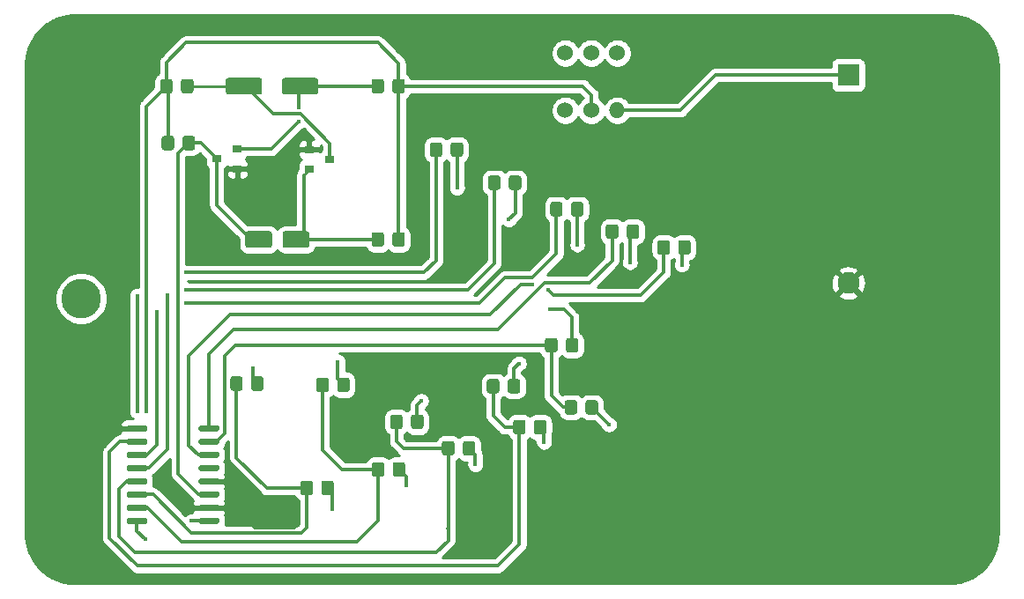
<source format=gbr>
%TF.GenerationSoftware,KiCad,Pcbnew,5.1.9-1.fc33*%
%TF.CreationDate,2021-01-27T11:43:12-03:00*%
%TF.ProjectId,santas_sequencer,73616e74-6173-45f7-9365-7175656e6365,rev?*%
%TF.SameCoordinates,Original*%
%TF.FileFunction,Copper,L2,Bot*%
%TF.FilePolarity,Positive*%
%FSLAX46Y46*%
G04 Gerber Fmt 4.6, Leading zero omitted, Abs format (unit mm)*
G04 Created by KiCad (PCBNEW 5.1.9-1.fc33) date 2021-01-27 11:43:12*
%MOMM*%
%LPD*%
G01*
G04 APERTURE LIST*
%TA.AperFunction,ComponentPad*%
%ADD10C,1.524000*%
%TD*%
%TA.AperFunction,ComponentPad*%
%ADD11O,1.524000X1.524000*%
%TD*%
%TA.AperFunction,SMDPad,CuDef*%
%ADD12R,0.900000X0.800000*%
%TD*%
%TA.AperFunction,ComponentPad*%
%ADD13C,2.100000*%
%TD*%
%TA.AperFunction,ComponentPad*%
%ADD14R,2.100000X2.100000*%
%TD*%
%TA.AperFunction,ViaPad*%
%ADD15C,3.800000*%
%TD*%
%TA.AperFunction,ViaPad*%
%ADD16C,0.400000*%
%TD*%
%TA.AperFunction,Conductor*%
%ADD17C,0.300000*%
%TD*%
%TA.AperFunction,Conductor*%
%ADD18C,0.250000*%
%TD*%
%TA.AperFunction,Conductor*%
%ADD19C,0.254000*%
%TD*%
%TA.AperFunction,Conductor*%
%ADD20C,0.150000*%
%TD*%
G04 APERTURE END LIST*
%TA.AperFunction,SMDPad,CuDef*%
G36*
G01*
X121658000Y-102023000D02*
X121658000Y-100923000D01*
G75*
G02*
X121908000Y-100673000I250000J0D01*
G01*
X124008000Y-100673000D01*
G75*
G02*
X124258000Y-100923000I0J-250000D01*
G01*
X124258000Y-102023000D01*
G75*
G02*
X124008000Y-102273000I-250000J0D01*
G01*
X121908000Y-102273000D01*
G75*
G02*
X121658000Y-102023000I0J250000D01*
G01*
G37*
%TD.AperFunction*%
%TA.AperFunction,SMDPad,CuDef*%
G36*
G01*
X118058000Y-102023000D02*
X118058000Y-100923000D01*
G75*
G02*
X118308000Y-100673000I250000J0D01*
G01*
X120408000Y-100673000D01*
G75*
G02*
X120658000Y-100923000I0J-250000D01*
G01*
X120658000Y-102023000D01*
G75*
G02*
X120408000Y-102273000I-250000J0D01*
G01*
X118308000Y-102273000D01*
G75*
G02*
X118058000Y-102023000I0J250000D01*
G01*
G37*
%TD.AperFunction*%
%TA.AperFunction,SMDPad,CuDef*%
G36*
G01*
X121600000Y-87291000D02*
X121600000Y-86191000D01*
G75*
G02*
X121850000Y-85941000I250000J0D01*
G01*
X124850000Y-85941000D01*
G75*
G02*
X125100000Y-86191000I0J-250000D01*
G01*
X125100000Y-87291000D01*
G75*
G02*
X124850000Y-87541000I-250000J0D01*
G01*
X121850000Y-87541000D01*
G75*
G02*
X121600000Y-87291000I0J250000D01*
G01*
G37*
%TD.AperFunction*%
%TA.AperFunction,SMDPad,CuDef*%
G36*
G01*
X116200000Y-87291000D02*
X116200000Y-86191000D01*
G75*
G02*
X116450000Y-85941000I250000J0D01*
G01*
X119450000Y-85941000D01*
G75*
G02*
X119700000Y-86191000I0J-250000D01*
G01*
X119700000Y-87291000D01*
G75*
G02*
X119450000Y-87541000I-250000J0D01*
G01*
X116450000Y-87541000D01*
G75*
G02*
X116200000Y-87291000I0J250000D01*
G01*
G37*
%TD.AperFunction*%
D10*
X148821000Y-83546000D03*
X151321000Y-83546000D03*
X153821000Y-83546000D03*
X148821000Y-89046000D03*
X151321000Y-89046000D03*
D11*
X153821000Y-89046000D03*
%TA.AperFunction,SMDPad,CuDef*%
G36*
G01*
X112049000Y-92652001D02*
X112049000Y-91751999D01*
G75*
G02*
X112298999Y-91502000I249999J0D01*
G01*
X112999001Y-91502000D01*
G75*
G02*
X113249000Y-91751999I0J-249999D01*
G01*
X113249000Y-92652001D01*
G75*
G02*
X112999001Y-92902000I-249999J0D01*
G01*
X112298999Y-92902000D01*
G75*
G02*
X112049000Y-92652001I0J249999D01*
G01*
G37*
%TD.AperFunction*%
%TA.AperFunction,SMDPad,CuDef*%
G36*
G01*
X110049000Y-92652001D02*
X110049000Y-91751999D01*
G75*
G02*
X110298999Y-91502000I249999J0D01*
G01*
X110999001Y-91502000D01*
G75*
G02*
X111249000Y-91751999I0J-249999D01*
G01*
X111249000Y-92652001D01*
G75*
G02*
X110999001Y-92902000I-249999J0D01*
G01*
X110298999Y-92902000D01*
G75*
G02*
X110049000Y-92652001I0J249999D01*
G01*
G37*
%TD.AperFunction*%
%TA.AperFunction,SMDPad,CuDef*%
G36*
G01*
X113600000Y-128674000D02*
X113600000Y-128374000D01*
G75*
G02*
X113750000Y-128224000I150000J0D01*
G01*
X115425000Y-128224000D01*
G75*
G02*
X115575000Y-128374000I0J-150000D01*
G01*
X115575000Y-128674000D01*
G75*
G02*
X115425000Y-128824000I-150000J0D01*
G01*
X113750000Y-128824000D01*
G75*
G02*
X113600000Y-128674000I0J150000D01*
G01*
G37*
%TD.AperFunction*%
%TA.AperFunction,SMDPad,CuDef*%
G36*
G01*
X113600000Y-127404000D02*
X113600000Y-127104000D01*
G75*
G02*
X113750000Y-126954000I150000J0D01*
G01*
X115425000Y-126954000D01*
G75*
G02*
X115575000Y-127104000I0J-150000D01*
G01*
X115575000Y-127404000D01*
G75*
G02*
X115425000Y-127554000I-150000J0D01*
G01*
X113750000Y-127554000D01*
G75*
G02*
X113600000Y-127404000I0J150000D01*
G01*
G37*
%TD.AperFunction*%
%TA.AperFunction,SMDPad,CuDef*%
G36*
G01*
X113600000Y-126134000D02*
X113600000Y-125834000D01*
G75*
G02*
X113750000Y-125684000I150000J0D01*
G01*
X115425000Y-125684000D01*
G75*
G02*
X115575000Y-125834000I0J-150000D01*
G01*
X115575000Y-126134000D01*
G75*
G02*
X115425000Y-126284000I-150000J0D01*
G01*
X113750000Y-126284000D01*
G75*
G02*
X113600000Y-126134000I0J150000D01*
G01*
G37*
%TD.AperFunction*%
%TA.AperFunction,SMDPad,CuDef*%
G36*
G01*
X113600000Y-124864000D02*
X113600000Y-124564000D01*
G75*
G02*
X113750000Y-124414000I150000J0D01*
G01*
X115425000Y-124414000D01*
G75*
G02*
X115575000Y-124564000I0J-150000D01*
G01*
X115575000Y-124864000D01*
G75*
G02*
X115425000Y-125014000I-150000J0D01*
G01*
X113750000Y-125014000D01*
G75*
G02*
X113600000Y-124864000I0J150000D01*
G01*
G37*
%TD.AperFunction*%
%TA.AperFunction,SMDPad,CuDef*%
G36*
G01*
X113600000Y-123594000D02*
X113600000Y-123294000D01*
G75*
G02*
X113750000Y-123144000I150000J0D01*
G01*
X115425000Y-123144000D01*
G75*
G02*
X115575000Y-123294000I0J-150000D01*
G01*
X115575000Y-123594000D01*
G75*
G02*
X115425000Y-123744000I-150000J0D01*
G01*
X113750000Y-123744000D01*
G75*
G02*
X113600000Y-123594000I0J150000D01*
G01*
G37*
%TD.AperFunction*%
%TA.AperFunction,SMDPad,CuDef*%
G36*
G01*
X113600000Y-122324000D02*
X113600000Y-122024000D01*
G75*
G02*
X113750000Y-121874000I150000J0D01*
G01*
X115425000Y-121874000D01*
G75*
G02*
X115575000Y-122024000I0J-150000D01*
G01*
X115575000Y-122324000D01*
G75*
G02*
X115425000Y-122474000I-150000J0D01*
G01*
X113750000Y-122474000D01*
G75*
G02*
X113600000Y-122324000I0J150000D01*
G01*
G37*
%TD.AperFunction*%
%TA.AperFunction,SMDPad,CuDef*%
G36*
G01*
X113600000Y-121054000D02*
X113600000Y-120754000D01*
G75*
G02*
X113750000Y-120604000I150000J0D01*
G01*
X115425000Y-120604000D01*
G75*
G02*
X115575000Y-120754000I0J-150000D01*
G01*
X115575000Y-121054000D01*
G75*
G02*
X115425000Y-121204000I-150000J0D01*
G01*
X113750000Y-121204000D01*
G75*
G02*
X113600000Y-121054000I0J150000D01*
G01*
G37*
%TD.AperFunction*%
%TA.AperFunction,SMDPad,CuDef*%
G36*
G01*
X113600000Y-119784000D02*
X113600000Y-119484000D01*
G75*
G02*
X113750000Y-119334000I150000J0D01*
G01*
X115425000Y-119334000D01*
G75*
G02*
X115575000Y-119484000I0J-150000D01*
G01*
X115575000Y-119784000D01*
G75*
G02*
X115425000Y-119934000I-150000J0D01*
G01*
X113750000Y-119934000D01*
G75*
G02*
X113600000Y-119784000I0J150000D01*
G01*
G37*
%TD.AperFunction*%
%TA.AperFunction,SMDPad,CuDef*%
G36*
G01*
X106675000Y-119784000D02*
X106675000Y-119484000D01*
G75*
G02*
X106825000Y-119334000I150000J0D01*
G01*
X108500000Y-119334000D01*
G75*
G02*
X108650000Y-119484000I0J-150000D01*
G01*
X108650000Y-119784000D01*
G75*
G02*
X108500000Y-119934000I-150000J0D01*
G01*
X106825000Y-119934000D01*
G75*
G02*
X106675000Y-119784000I0J150000D01*
G01*
G37*
%TD.AperFunction*%
%TA.AperFunction,SMDPad,CuDef*%
G36*
G01*
X106675000Y-121054000D02*
X106675000Y-120754000D01*
G75*
G02*
X106825000Y-120604000I150000J0D01*
G01*
X108500000Y-120604000D01*
G75*
G02*
X108650000Y-120754000I0J-150000D01*
G01*
X108650000Y-121054000D01*
G75*
G02*
X108500000Y-121204000I-150000J0D01*
G01*
X106825000Y-121204000D01*
G75*
G02*
X106675000Y-121054000I0J150000D01*
G01*
G37*
%TD.AperFunction*%
%TA.AperFunction,SMDPad,CuDef*%
G36*
G01*
X106675000Y-122324000D02*
X106675000Y-122024000D01*
G75*
G02*
X106825000Y-121874000I150000J0D01*
G01*
X108500000Y-121874000D01*
G75*
G02*
X108650000Y-122024000I0J-150000D01*
G01*
X108650000Y-122324000D01*
G75*
G02*
X108500000Y-122474000I-150000J0D01*
G01*
X106825000Y-122474000D01*
G75*
G02*
X106675000Y-122324000I0J150000D01*
G01*
G37*
%TD.AperFunction*%
%TA.AperFunction,SMDPad,CuDef*%
G36*
G01*
X106675000Y-123594000D02*
X106675000Y-123294000D01*
G75*
G02*
X106825000Y-123144000I150000J0D01*
G01*
X108500000Y-123144000D01*
G75*
G02*
X108650000Y-123294000I0J-150000D01*
G01*
X108650000Y-123594000D01*
G75*
G02*
X108500000Y-123744000I-150000J0D01*
G01*
X106825000Y-123744000D01*
G75*
G02*
X106675000Y-123594000I0J150000D01*
G01*
G37*
%TD.AperFunction*%
%TA.AperFunction,SMDPad,CuDef*%
G36*
G01*
X106675000Y-124864000D02*
X106675000Y-124564000D01*
G75*
G02*
X106825000Y-124414000I150000J0D01*
G01*
X108500000Y-124414000D01*
G75*
G02*
X108650000Y-124564000I0J-150000D01*
G01*
X108650000Y-124864000D01*
G75*
G02*
X108500000Y-125014000I-150000J0D01*
G01*
X106825000Y-125014000D01*
G75*
G02*
X106675000Y-124864000I0J150000D01*
G01*
G37*
%TD.AperFunction*%
%TA.AperFunction,SMDPad,CuDef*%
G36*
G01*
X106675000Y-126134000D02*
X106675000Y-125834000D01*
G75*
G02*
X106825000Y-125684000I150000J0D01*
G01*
X108500000Y-125684000D01*
G75*
G02*
X108650000Y-125834000I0J-150000D01*
G01*
X108650000Y-126134000D01*
G75*
G02*
X108500000Y-126284000I-150000J0D01*
G01*
X106825000Y-126284000D01*
G75*
G02*
X106675000Y-126134000I0J150000D01*
G01*
G37*
%TD.AperFunction*%
%TA.AperFunction,SMDPad,CuDef*%
G36*
G01*
X106675000Y-127404000D02*
X106675000Y-127104000D01*
G75*
G02*
X106825000Y-126954000I150000J0D01*
G01*
X108500000Y-126954000D01*
G75*
G02*
X108650000Y-127104000I0J-150000D01*
G01*
X108650000Y-127404000D01*
G75*
G02*
X108500000Y-127554000I-150000J0D01*
G01*
X106825000Y-127554000D01*
G75*
G02*
X106675000Y-127404000I0J150000D01*
G01*
G37*
%TD.AperFunction*%
%TA.AperFunction,SMDPad,CuDef*%
G36*
G01*
X106675000Y-128674000D02*
X106675000Y-128374000D01*
G75*
G02*
X106825000Y-128224000I150000J0D01*
G01*
X108500000Y-128224000D01*
G75*
G02*
X108650000Y-128374000I0J-150000D01*
G01*
X108650000Y-128674000D01*
G75*
G02*
X108500000Y-128824000I-150000J0D01*
G01*
X106825000Y-128824000D01*
G75*
G02*
X106675000Y-128674000I0J150000D01*
G01*
G37*
%TD.AperFunction*%
%TA.AperFunction,SMDPad,CuDef*%
G36*
G01*
X158874000Y-101784999D02*
X158874000Y-102685001D01*
G75*
G02*
X158624001Y-102935000I-249999J0D01*
G01*
X157923999Y-102935000D01*
G75*
G02*
X157674000Y-102685001I0J249999D01*
G01*
X157674000Y-101784999D01*
G75*
G02*
X157923999Y-101535000I249999J0D01*
G01*
X158624001Y-101535000D01*
G75*
G02*
X158874000Y-101784999I0J-249999D01*
G01*
G37*
%TD.AperFunction*%
%TA.AperFunction,SMDPad,CuDef*%
G36*
G01*
X160874000Y-101784999D02*
X160874000Y-102685001D01*
G75*
G02*
X160624001Y-102935000I-249999J0D01*
G01*
X159923999Y-102935000D01*
G75*
G02*
X159674000Y-102685001I0J249999D01*
G01*
X159674000Y-101784999D01*
G75*
G02*
X159923999Y-101535000I249999J0D01*
G01*
X160624001Y-101535000D01*
G75*
G02*
X160874000Y-101784999I0J-249999D01*
G01*
G37*
%TD.AperFunction*%
%TA.AperFunction,SMDPad,CuDef*%
G36*
G01*
X153921000Y-100260999D02*
X153921000Y-101161001D01*
G75*
G02*
X153671001Y-101411000I-249999J0D01*
G01*
X152970999Y-101411000D01*
G75*
G02*
X152721000Y-101161001I0J249999D01*
G01*
X152721000Y-100260999D01*
G75*
G02*
X152970999Y-100011000I249999J0D01*
G01*
X153671001Y-100011000D01*
G75*
G02*
X153921000Y-100260999I0J-249999D01*
G01*
G37*
%TD.AperFunction*%
%TA.AperFunction,SMDPad,CuDef*%
G36*
G01*
X155921000Y-100260999D02*
X155921000Y-101161001D01*
G75*
G02*
X155671001Y-101411000I-249999J0D01*
G01*
X154970999Y-101411000D01*
G75*
G02*
X154721000Y-101161001I0J249999D01*
G01*
X154721000Y-100260999D01*
G75*
G02*
X154970999Y-100011000I249999J0D01*
G01*
X155671001Y-100011000D01*
G75*
G02*
X155921000Y-100260999I0J-249999D01*
G01*
G37*
%TD.AperFunction*%
%TA.AperFunction,SMDPad,CuDef*%
G36*
G01*
X148571000Y-98101999D02*
X148571000Y-99002001D01*
G75*
G02*
X148321001Y-99252000I-249999J0D01*
G01*
X147620999Y-99252000D01*
G75*
G02*
X147371000Y-99002001I0J249999D01*
G01*
X147371000Y-98101999D01*
G75*
G02*
X147620999Y-97852000I249999J0D01*
G01*
X148321001Y-97852000D01*
G75*
G02*
X148571000Y-98101999I0J-249999D01*
G01*
G37*
%TD.AperFunction*%
%TA.AperFunction,SMDPad,CuDef*%
G36*
G01*
X150571000Y-98101999D02*
X150571000Y-99002001D01*
G75*
G02*
X150321001Y-99252000I-249999J0D01*
G01*
X149620999Y-99252000D01*
G75*
G02*
X149371000Y-99002001I0J249999D01*
G01*
X149371000Y-98101999D01*
G75*
G02*
X149620999Y-97852000I249999J0D01*
G01*
X150321001Y-97852000D01*
G75*
G02*
X150571000Y-98101999I0J-249999D01*
G01*
G37*
%TD.AperFunction*%
%TA.AperFunction,SMDPad,CuDef*%
G36*
G01*
X142602000Y-95561999D02*
X142602000Y-96462001D01*
G75*
G02*
X142352001Y-96712000I-249999J0D01*
G01*
X141651999Y-96712000D01*
G75*
G02*
X141402000Y-96462001I0J249999D01*
G01*
X141402000Y-95561999D01*
G75*
G02*
X141651999Y-95312000I249999J0D01*
G01*
X142352001Y-95312000D01*
G75*
G02*
X142602000Y-95561999I0J-249999D01*
G01*
G37*
%TD.AperFunction*%
%TA.AperFunction,SMDPad,CuDef*%
G36*
G01*
X144602000Y-95561999D02*
X144602000Y-96462001D01*
G75*
G02*
X144352001Y-96712000I-249999J0D01*
G01*
X143651999Y-96712000D01*
G75*
G02*
X143402000Y-96462001I0J249999D01*
G01*
X143402000Y-95561999D01*
G75*
G02*
X143651999Y-95312000I249999J0D01*
G01*
X144352001Y-95312000D01*
G75*
G02*
X144602000Y-95561999I0J-249999D01*
G01*
G37*
%TD.AperFunction*%
%TA.AperFunction,SMDPad,CuDef*%
G36*
G01*
X137014000Y-92386999D02*
X137014000Y-93287001D01*
G75*
G02*
X136764001Y-93537000I-249999J0D01*
G01*
X136063999Y-93537000D01*
G75*
G02*
X135814000Y-93287001I0J249999D01*
G01*
X135814000Y-92386999D01*
G75*
G02*
X136063999Y-92137000I249999J0D01*
G01*
X136764001Y-92137000D01*
G75*
G02*
X137014000Y-92386999I0J-249999D01*
G01*
G37*
%TD.AperFunction*%
%TA.AperFunction,SMDPad,CuDef*%
G36*
G01*
X139014000Y-92386999D02*
X139014000Y-93287001D01*
G75*
G02*
X138764001Y-93537000I-249999J0D01*
G01*
X138063999Y-93537000D01*
G75*
G02*
X137814000Y-93287001I0J249999D01*
G01*
X137814000Y-92386999D01*
G75*
G02*
X138063999Y-92137000I249999J0D01*
G01*
X138764001Y-92137000D01*
G75*
G02*
X139014000Y-92386999I0J-249999D01*
G01*
G37*
%TD.AperFunction*%
%TA.AperFunction,SMDPad,CuDef*%
G36*
G01*
X148079000Y-111182999D02*
X148079000Y-112083001D01*
G75*
G02*
X147829001Y-112333000I-249999J0D01*
G01*
X147128999Y-112333000D01*
G75*
G02*
X146879000Y-112083001I0J249999D01*
G01*
X146879000Y-111182999D01*
G75*
G02*
X147128999Y-110933000I249999J0D01*
G01*
X147829001Y-110933000D01*
G75*
G02*
X148079000Y-111182999I0J-249999D01*
G01*
G37*
%TD.AperFunction*%
%TA.AperFunction,SMDPad,CuDef*%
G36*
G01*
X150079000Y-111182999D02*
X150079000Y-112083001D01*
G75*
G02*
X149829001Y-112333000I-249999J0D01*
G01*
X149128999Y-112333000D01*
G75*
G02*
X148879000Y-112083001I0J249999D01*
G01*
X148879000Y-111182999D01*
G75*
G02*
X149128999Y-110933000I249999J0D01*
G01*
X149829001Y-110933000D01*
G75*
G02*
X150079000Y-111182999I0J-249999D01*
G01*
G37*
%TD.AperFunction*%
%TA.AperFunction,SMDPad,CuDef*%
G36*
G01*
X149968000Y-117151999D02*
X149968000Y-118052001D01*
G75*
G02*
X149718001Y-118302000I-249999J0D01*
G01*
X149017999Y-118302000D01*
G75*
G02*
X148768000Y-118052001I0J249999D01*
G01*
X148768000Y-117151999D01*
G75*
G02*
X149017999Y-116902000I249999J0D01*
G01*
X149718001Y-116902000D01*
G75*
G02*
X149968000Y-117151999I0J-249999D01*
G01*
G37*
%TD.AperFunction*%
%TA.AperFunction,SMDPad,CuDef*%
G36*
G01*
X151968000Y-117151999D02*
X151968000Y-118052001D01*
G75*
G02*
X151718001Y-118302000I-249999J0D01*
G01*
X151017999Y-118302000D01*
G75*
G02*
X150768000Y-118052001I0J249999D01*
G01*
X150768000Y-117151999D01*
G75*
G02*
X151017999Y-116902000I249999J0D01*
G01*
X151718001Y-116902000D01*
G75*
G02*
X151968000Y-117151999I0J-249999D01*
G01*
G37*
%TD.AperFunction*%
%TA.AperFunction,SMDPad,CuDef*%
G36*
G01*
X142491000Y-115119999D02*
X142491000Y-116020001D01*
G75*
G02*
X142241001Y-116270000I-249999J0D01*
G01*
X141540999Y-116270000D01*
G75*
G02*
X141291000Y-116020001I0J249999D01*
G01*
X141291000Y-115119999D01*
G75*
G02*
X141540999Y-114870000I249999J0D01*
G01*
X142241001Y-114870000D01*
G75*
G02*
X142491000Y-115119999I0J-249999D01*
G01*
G37*
%TD.AperFunction*%
%TA.AperFunction,SMDPad,CuDef*%
G36*
G01*
X144491000Y-115119999D02*
X144491000Y-116020001D01*
G75*
G02*
X144241001Y-116270000I-249999J0D01*
G01*
X143540999Y-116270000D01*
G75*
G02*
X143291000Y-116020001I0J249999D01*
G01*
X143291000Y-115119999D01*
G75*
G02*
X143540999Y-114870000I249999J0D01*
G01*
X144241001Y-114870000D01*
G75*
G02*
X144491000Y-115119999I0J-249999D01*
G01*
G37*
%TD.AperFunction*%
%TA.AperFunction,SMDPad,CuDef*%
G36*
G01*
X145015000Y-119056999D02*
X145015000Y-119957001D01*
G75*
G02*
X144765001Y-120207000I-249999J0D01*
G01*
X144064999Y-120207000D01*
G75*
G02*
X143815000Y-119957001I0J249999D01*
G01*
X143815000Y-119056999D01*
G75*
G02*
X144064999Y-118807000I249999J0D01*
G01*
X144765001Y-118807000D01*
G75*
G02*
X145015000Y-119056999I0J-249999D01*
G01*
G37*
%TD.AperFunction*%
%TA.AperFunction,SMDPad,CuDef*%
G36*
G01*
X147015000Y-119056999D02*
X147015000Y-119957001D01*
G75*
G02*
X146765001Y-120207000I-249999J0D01*
G01*
X146064999Y-120207000D01*
G75*
G02*
X145815000Y-119957001I0J249999D01*
G01*
X145815000Y-119056999D01*
G75*
G02*
X146064999Y-118807000I249999J0D01*
G01*
X146765001Y-118807000D01*
G75*
G02*
X147015000Y-119056999I0J-249999D01*
G01*
G37*
%TD.AperFunction*%
%TA.AperFunction,SMDPad,CuDef*%
G36*
G01*
X133204000Y-118548999D02*
X133204000Y-119449001D01*
G75*
G02*
X132954001Y-119699000I-249999J0D01*
G01*
X132253999Y-119699000D01*
G75*
G02*
X132004000Y-119449001I0J249999D01*
G01*
X132004000Y-118548999D01*
G75*
G02*
X132253999Y-118299000I249999J0D01*
G01*
X132954001Y-118299000D01*
G75*
G02*
X133204000Y-118548999I0J-249999D01*
G01*
G37*
%TD.AperFunction*%
%TA.AperFunction,SMDPad,CuDef*%
G36*
G01*
X135204000Y-118548999D02*
X135204000Y-119449001D01*
G75*
G02*
X134954001Y-119699000I-249999J0D01*
G01*
X134253999Y-119699000D01*
G75*
G02*
X134004000Y-119449001I0J249999D01*
G01*
X134004000Y-118548999D01*
G75*
G02*
X134253999Y-118299000I249999J0D01*
G01*
X134954001Y-118299000D01*
G75*
G02*
X135204000Y-118548999I0J-249999D01*
G01*
G37*
%TD.AperFunction*%
%TA.AperFunction,SMDPad,CuDef*%
G36*
G01*
X138173000Y-121088999D02*
X138173000Y-121989001D01*
G75*
G02*
X137923001Y-122239000I-249999J0D01*
G01*
X137222999Y-122239000D01*
G75*
G02*
X136973000Y-121989001I0J249999D01*
G01*
X136973000Y-121088999D01*
G75*
G02*
X137222999Y-120839000I249999J0D01*
G01*
X137923001Y-120839000D01*
G75*
G02*
X138173000Y-121088999I0J-249999D01*
G01*
G37*
%TD.AperFunction*%
%TA.AperFunction,SMDPad,CuDef*%
G36*
G01*
X140173000Y-121088999D02*
X140173000Y-121989001D01*
G75*
G02*
X139923001Y-122239000I-249999J0D01*
G01*
X139222999Y-122239000D01*
G75*
G02*
X138973000Y-121989001I0J249999D01*
G01*
X138973000Y-121088999D01*
G75*
G02*
X139222999Y-120839000I249999J0D01*
G01*
X139923001Y-120839000D01*
G75*
G02*
X140173000Y-121088999I0J-249999D01*
G01*
G37*
%TD.AperFunction*%
%TA.AperFunction,SMDPad,CuDef*%
G36*
G01*
X126108000Y-114992999D02*
X126108000Y-115893001D01*
G75*
G02*
X125858001Y-116143000I-249999J0D01*
G01*
X125157999Y-116143000D01*
G75*
G02*
X124908000Y-115893001I0J249999D01*
G01*
X124908000Y-114992999D01*
G75*
G02*
X125157999Y-114743000I249999J0D01*
G01*
X125858001Y-114743000D01*
G75*
G02*
X126108000Y-114992999I0J-249999D01*
G01*
G37*
%TD.AperFunction*%
%TA.AperFunction,SMDPad,CuDef*%
G36*
G01*
X128108000Y-114992999D02*
X128108000Y-115893001D01*
G75*
G02*
X127858001Y-116143000I-249999J0D01*
G01*
X127157999Y-116143000D01*
G75*
G02*
X126908000Y-115893001I0J249999D01*
G01*
X126908000Y-114992999D01*
G75*
G02*
X127157999Y-114743000I249999J0D01*
G01*
X127858001Y-114743000D01*
G75*
G02*
X128108000Y-114992999I0J-249999D01*
G01*
G37*
%TD.AperFunction*%
%TA.AperFunction,SMDPad,CuDef*%
G36*
G01*
X131442000Y-123120999D02*
X131442000Y-124021001D01*
G75*
G02*
X131192001Y-124271000I-249999J0D01*
G01*
X130491999Y-124271000D01*
G75*
G02*
X130242000Y-124021001I0J249999D01*
G01*
X130242000Y-123120999D01*
G75*
G02*
X130491999Y-122871000I249999J0D01*
G01*
X131192001Y-122871000D01*
G75*
G02*
X131442000Y-123120999I0J-249999D01*
G01*
G37*
%TD.AperFunction*%
%TA.AperFunction,SMDPad,CuDef*%
G36*
G01*
X133442000Y-123120999D02*
X133442000Y-124021001D01*
G75*
G02*
X133192001Y-124271000I-249999J0D01*
G01*
X132491999Y-124271000D01*
G75*
G02*
X132242000Y-124021001I0J249999D01*
G01*
X132242000Y-123120999D01*
G75*
G02*
X132491999Y-122871000I249999J0D01*
G01*
X133192001Y-122871000D01*
G75*
G02*
X133442000Y-123120999I0J-249999D01*
G01*
G37*
%TD.AperFunction*%
%TA.AperFunction,SMDPad,CuDef*%
G36*
G01*
X117837000Y-114865999D02*
X117837000Y-115766001D01*
G75*
G02*
X117587001Y-116016000I-249999J0D01*
G01*
X116886999Y-116016000D01*
G75*
G02*
X116637000Y-115766001I0J249999D01*
G01*
X116637000Y-114865999D01*
G75*
G02*
X116886999Y-114616000I249999J0D01*
G01*
X117587001Y-114616000D01*
G75*
G02*
X117837000Y-114865999I0J-249999D01*
G01*
G37*
%TD.AperFunction*%
%TA.AperFunction,SMDPad,CuDef*%
G36*
G01*
X119837000Y-114865999D02*
X119837000Y-115766001D01*
G75*
G02*
X119587001Y-116016000I-249999J0D01*
G01*
X118886999Y-116016000D01*
G75*
G02*
X118637000Y-115766001I0J249999D01*
G01*
X118637000Y-114865999D01*
G75*
G02*
X118886999Y-114616000I249999J0D01*
G01*
X119587001Y-114616000D01*
G75*
G02*
X119837000Y-114865999I0J-249999D01*
G01*
G37*
%TD.AperFunction*%
%TA.AperFunction,SMDPad,CuDef*%
G36*
G01*
X124584000Y-124898999D02*
X124584000Y-125799001D01*
G75*
G02*
X124334001Y-126049000I-249999J0D01*
G01*
X123633999Y-126049000D01*
G75*
G02*
X123384000Y-125799001I0J249999D01*
G01*
X123384000Y-124898999D01*
G75*
G02*
X123633999Y-124649000I249999J0D01*
G01*
X124334001Y-124649000D01*
G75*
G02*
X124584000Y-124898999I0J-249999D01*
G01*
G37*
%TD.AperFunction*%
%TA.AperFunction,SMDPad,CuDef*%
G36*
G01*
X126584000Y-124898999D02*
X126584000Y-125799001D01*
G75*
G02*
X126334001Y-126049000I-249999J0D01*
G01*
X125633999Y-126049000D01*
G75*
G02*
X125384000Y-125799001I0J249999D01*
G01*
X125384000Y-124898999D01*
G75*
G02*
X125633999Y-124649000I249999J0D01*
G01*
X126334001Y-124649000D01*
G75*
G02*
X126584000Y-124898999I0J-249999D01*
G01*
G37*
%TD.AperFunction*%
%TA.AperFunction,SMDPad,CuDef*%
G36*
G01*
X111906000Y-87191001D02*
X111906000Y-86290999D01*
G75*
G02*
X112155999Y-86041000I249999J0D01*
G01*
X112856001Y-86041000D01*
G75*
G02*
X113106000Y-86290999I0J-249999D01*
G01*
X113106000Y-87191001D01*
G75*
G02*
X112856001Y-87441000I-249999J0D01*
G01*
X112155999Y-87441000D01*
G75*
G02*
X111906000Y-87191001I0J249999D01*
G01*
G37*
%TD.AperFunction*%
%TA.AperFunction,SMDPad,CuDef*%
G36*
G01*
X109906000Y-87191001D02*
X109906000Y-86290999D01*
G75*
G02*
X110155999Y-86041000I249999J0D01*
G01*
X110856001Y-86041000D01*
G75*
G02*
X111106000Y-86290999I0J-249999D01*
G01*
X111106000Y-87191001D01*
G75*
G02*
X110856001Y-87441000I-249999J0D01*
G01*
X110155999Y-87441000D01*
G75*
G02*
X109906000Y-87191001I0J249999D01*
G01*
G37*
%TD.AperFunction*%
%TA.AperFunction,SMDPad,CuDef*%
G36*
G01*
X131410000Y-86290999D02*
X131410000Y-87191001D01*
G75*
G02*
X131160001Y-87441000I-249999J0D01*
G01*
X130459999Y-87441000D01*
G75*
G02*
X130210000Y-87191001I0J249999D01*
G01*
X130210000Y-86290999D01*
G75*
G02*
X130459999Y-86041000I249999J0D01*
G01*
X131160001Y-86041000D01*
G75*
G02*
X131410000Y-86290999I0J-249999D01*
G01*
G37*
%TD.AperFunction*%
%TA.AperFunction,SMDPad,CuDef*%
G36*
G01*
X133410000Y-86290999D02*
X133410000Y-87191001D01*
G75*
G02*
X133160001Y-87441000I-249999J0D01*
G01*
X132459999Y-87441000D01*
G75*
G02*
X132210000Y-87191001I0J249999D01*
G01*
X132210000Y-86290999D01*
G75*
G02*
X132459999Y-86041000I249999J0D01*
G01*
X133160001Y-86041000D01*
G75*
G02*
X133410000Y-86290999I0J-249999D01*
G01*
G37*
%TD.AperFunction*%
%TA.AperFunction,SMDPad,CuDef*%
G36*
G01*
X131410000Y-101022999D02*
X131410000Y-101923001D01*
G75*
G02*
X131160001Y-102173000I-249999J0D01*
G01*
X130459999Y-102173000D01*
G75*
G02*
X130210000Y-101923001I0J249999D01*
G01*
X130210000Y-101022999D01*
G75*
G02*
X130459999Y-100773000I249999J0D01*
G01*
X131160001Y-100773000D01*
G75*
G02*
X131410000Y-101022999I0J-249999D01*
G01*
G37*
%TD.AperFunction*%
%TA.AperFunction,SMDPad,CuDef*%
G36*
G01*
X133410000Y-101022999D02*
X133410000Y-101923001D01*
G75*
G02*
X133160001Y-102173000I-249999J0D01*
G01*
X132459999Y-102173000D01*
G75*
G02*
X132210000Y-101923001I0J249999D01*
G01*
X132210000Y-101022999D01*
G75*
G02*
X132459999Y-100773000I249999J0D01*
G01*
X133160001Y-100773000D01*
G75*
G02*
X133410000Y-101022999I0J-249999D01*
G01*
G37*
%TD.AperFunction*%
D12*
X126222000Y-93787000D03*
X124222000Y-92837000D03*
X124222000Y-94737000D03*
X115332000Y-93726000D03*
X117332000Y-94676000D03*
X117332000Y-92776000D03*
D13*
X176022000Y-105664000D03*
D14*
X176022000Y-85664000D03*
D15*
X102311200Y-107149900D03*
D16*
X157988000Y-106680000D03*
X122936000Y-129032000D03*
X121666000Y-94234000D03*
X108585000Y-117983000D03*
X112903000Y-128524000D03*
X123190000Y-90170000D03*
X123190000Y-88773000D03*
X126456212Y-127416788D03*
X118836212Y-113883212D03*
X133568212Y-125130788D03*
X126964212Y-113248212D03*
X140172212Y-123098788D03*
X134975074Y-116992926D03*
X146776212Y-120939788D03*
X144375143Y-113387143D03*
X153035000Y-119253000D03*
X147313428Y-108210572D03*
X138430000Y-96520000D03*
X143383000Y-99571176D03*
X149971000Y-101965000D03*
X155041074Y-103657926D03*
X160029000Y-103895000D03*
X108458000Y-130302000D03*
X107696000Y-117983000D03*
X107696000Y-106870500D03*
X112395000Y-104648000D03*
X110617000Y-106807000D03*
X112395000Y-106299000D03*
X109601000Y-108458000D03*
X112395000Y-107569000D03*
X145669000Y-105791000D03*
X147193000Y-106299000D03*
D17*
X176022000Y-105664000D02*
X172212000Y-109474000D01*
X172212000Y-109474000D02*
X158750000Y-109474000D01*
X158750000Y-109474000D02*
X157988000Y-108712000D01*
X157988000Y-108712000D02*
X157988000Y-106680000D01*
X114587500Y-127254000D02*
X117094000Y-127254000D01*
X117094000Y-127254000D02*
X118999000Y-129159000D01*
X118999000Y-129159000D02*
X122809000Y-129159000D01*
X122809000Y-129159000D02*
X122936000Y-129032000D01*
X132810000Y-86741000D02*
X132810000Y-101473000D01*
X110506000Y-86741000D02*
X110506000Y-84439000D01*
X110506000Y-84439000D02*
X112395000Y-82550000D01*
X132810000Y-84550000D02*
X132810000Y-86741000D01*
X130810000Y-82550000D02*
X132810000Y-84550000D01*
X131064000Y-82804000D02*
X130810000Y-82550000D01*
X112395000Y-82550000D02*
X130810000Y-82550000D01*
X108585000Y-88662000D02*
X110506000Y-86741000D01*
X108585000Y-117983000D02*
X108585000Y-88662000D01*
X110649000Y-86884000D02*
X110506000Y-86741000D01*
X110649000Y-92202000D02*
X110649000Y-86884000D01*
X114587500Y-128524000D02*
X112903000Y-128524000D01*
X150495000Y-86741000D02*
X132810000Y-86741000D01*
X151321000Y-87567000D02*
X150495000Y-86741000D01*
X151321000Y-89046000D02*
X151321000Y-87567000D01*
X130810000Y-101473000D02*
X123695500Y-101473000D01*
D18*
X123695500Y-95263500D02*
X124222000Y-94737000D01*
D17*
X123695500Y-101473000D02*
X123695500Y-95263500D01*
X118620500Y-101473000D02*
X115316000Y-98168500D01*
D18*
X115316000Y-93742000D02*
X115332000Y-93726000D01*
D17*
X115316000Y-98168500D02*
X115316000Y-93742000D01*
X113808000Y-92202000D02*
X115332000Y-93726000D01*
X112649000Y-92202000D02*
X113808000Y-92202000D01*
X111633000Y-93218000D02*
X112649000Y-92202000D01*
X111633000Y-124017000D02*
X111633000Y-93218000D01*
X113600000Y-125984000D02*
X111633000Y-124017000D01*
X114587500Y-125984000D02*
X113600000Y-125984000D01*
X130810000Y-86741000D02*
X123187500Y-86741000D01*
X117332000Y-92776000D02*
X120584000Y-92776000D01*
X123190000Y-86743500D02*
X123187500Y-86741000D01*
X123190000Y-88773000D02*
X123190000Y-86743500D01*
X120584000Y-92776000D02*
X123190000Y-90170000D01*
X126222000Y-93787000D02*
X126222000Y-92218000D01*
X126222000Y-92218000D02*
X123412000Y-89408000D01*
X120779500Y-89408000D02*
X118112500Y-86741000D01*
X123412000Y-89408000D02*
X120779500Y-89408000D01*
D18*
X118112500Y-86741000D02*
X112506000Y-86741000D01*
D17*
X126456212Y-125821212D02*
X125984000Y-125349000D01*
X126456212Y-127416788D02*
X126456212Y-125821212D01*
X118836212Y-114915212D02*
X119237000Y-115316000D01*
X118836212Y-113883212D02*
X118836212Y-114915212D01*
X133568212Y-124297212D02*
X132842000Y-123571000D01*
X133568212Y-125130788D02*
X133568212Y-124297212D01*
X126964212Y-114899212D02*
X127508000Y-115443000D01*
X126964212Y-113248212D02*
X126964212Y-114899212D01*
X140172212Y-122138212D02*
X139573000Y-121539000D01*
X140172212Y-123098788D02*
X140172212Y-122138212D01*
X134604000Y-117364000D02*
X134975074Y-116992926D01*
X134604000Y-118999000D02*
X134604000Y-117364000D01*
X146776212Y-119868212D02*
X146415000Y-119507000D01*
X146776212Y-120939788D02*
X146776212Y-119868212D01*
X143891000Y-113871286D02*
X144375143Y-113387143D01*
X143891000Y-115570000D02*
X143891000Y-113871286D01*
X152093185Y-118327185D02*
X151368000Y-117602000D01*
X152093185Y-118327185D02*
X152109185Y-118327185D01*
X152109185Y-118327185D02*
X153035000Y-119253000D01*
X153035000Y-119253000D02*
X153035000Y-119253000D01*
X149479000Y-108966000D02*
X149479000Y-111633000D01*
X148723572Y-108210572D02*
X149479000Y-108966000D01*
X147313428Y-108210572D02*
X148723572Y-108210572D01*
X138430000Y-92853000D02*
X138414000Y-92837000D01*
X138430000Y-96520000D02*
X138430000Y-92853000D01*
X144018000Y-96028000D02*
X144002000Y-96012000D01*
X144018000Y-98936176D02*
X144018000Y-96028000D01*
X144018000Y-98936176D02*
X143383000Y-99571176D01*
X149971000Y-98552000D02*
X149971000Y-101965000D01*
X155041074Y-100990926D02*
X155321000Y-100711000D01*
X155041074Y-103657926D02*
X155041074Y-100990926D01*
X160029000Y-102480000D02*
X160274000Y-102235000D01*
X160029000Y-103895000D02*
X160029000Y-102480000D01*
X132604000Y-118999000D02*
X132604000Y-120888000D01*
X133255000Y-121539000D02*
X137573000Y-121539000D01*
X132604000Y-120888000D02*
X133255000Y-121539000D01*
X137573000Y-121539000D02*
X137573000Y-129254000D01*
X137573000Y-129254000D02*
X137541000Y-129286000D01*
X107442000Y-131572000D02*
X105918000Y-130048000D01*
X106675000Y-124714000D02*
X107662500Y-124714000D01*
X105918000Y-125471000D02*
X106675000Y-124714000D01*
X136398000Y-131572000D02*
X107442000Y-131572000D01*
X105918000Y-130048000D02*
X105918000Y-125471000D01*
X137573000Y-130397000D02*
X136398000Y-131572000D01*
X137573000Y-129254000D02*
X137573000Y-130397000D01*
X136414000Y-92837000D02*
X136414000Y-103489000D01*
X136414000Y-103489000D02*
X135255000Y-104648000D01*
X135255000Y-104648000D02*
X112395000Y-104648000D01*
X107662500Y-128524000D02*
X107662500Y-129506500D01*
X107662500Y-129506500D02*
X108458000Y-130302000D01*
X107696000Y-106870500D02*
X107696000Y-117983000D01*
X142002000Y-96012000D02*
X142002000Y-103743000D01*
X142002000Y-103743000D02*
X139446000Y-106299000D01*
X139446000Y-106299000D02*
X112395000Y-106299000D01*
X110617000Y-106807000D02*
X110617000Y-121666000D01*
X108839000Y-123444000D02*
X107662500Y-123444000D01*
X110617000Y-121666000D02*
X108839000Y-123444000D01*
X147971000Y-98552000D02*
X147971000Y-102854000D01*
X147971000Y-102854000D02*
X145669000Y-105156000D01*
X145669000Y-105156000D02*
X143002000Y-105156000D01*
X143002000Y-105156000D02*
X140589000Y-107569000D01*
X108650000Y-122174000D02*
X107662500Y-122174000D01*
X109601000Y-121223000D02*
X108650000Y-122174000D01*
X109601000Y-108458000D02*
X109601000Y-121223000D01*
X140589000Y-107569000D02*
X112395000Y-107569000D01*
X153321000Y-103473000D02*
X153321000Y-100711000D01*
X151130000Y-105664000D02*
X153321000Y-103473000D01*
X146812000Y-105664000D02*
X151130000Y-105664000D01*
X142367000Y-110109000D02*
X146812000Y-105664000D01*
X116967000Y-110109000D02*
X142367000Y-110109000D01*
X114587500Y-112488500D02*
X116967000Y-110109000D01*
X114587500Y-119634000D02*
X114587500Y-112488500D01*
X123984000Y-125349000D02*
X120142000Y-125349000D01*
X117237000Y-122444000D02*
X117237000Y-115316000D01*
X120142000Y-125349000D02*
X117237000Y-122444000D01*
X107662500Y-125984000D02*
X108458000Y-125984000D01*
X109220000Y-125984000D02*
X107662500Y-125984000D01*
X112903000Y-129667000D02*
X109220000Y-125984000D01*
X123444000Y-129667000D02*
X112903000Y-129667000D01*
X123984000Y-129127000D02*
X123444000Y-129667000D01*
X123984000Y-125349000D02*
X123984000Y-129127000D01*
X108087124Y-127254000D02*
X107662500Y-127254000D01*
X130842000Y-123571000D02*
X127381000Y-123571000D01*
X125508000Y-121698000D02*
X125508000Y-115443000D01*
X127381000Y-123571000D02*
X125508000Y-121698000D01*
X130842000Y-124271000D02*
X130810000Y-124303000D01*
X130842000Y-123571000D02*
X130842000Y-124271000D01*
X130810000Y-124303000D02*
X130810000Y-128524000D01*
X130810000Y-128524000D02*
X128778000Y-130556000D01*
X108650000Y-127254000D02*
X107662500Y-127254000D01*
X111952000Y-130556000D02*
X108650000Y-127254000D01*
X128778000Y-130556000D02*
X111952000Y-130556000D01*
X144415000Y-119507000D02*
X143002000Y-119507000D01*
X141891000Y-118396000D02*
X141891000Y-115570000D01*
X143002000Y-119507000D02*
X141891000Y-118396000D01*
X105029000Y-121920000D02*
X106045000Y-120904000D01*
X107696000Y-132842000D02*
X105029000Y-130175000D01*
X106045000Y-120904000D02*
X107662500Y-120904000D01*
X144415000Y-130794000D02*
X142367000Y-132842000D01*
X105029000Y-130175000D02*
X105029000Y-121920000D01*
X142367000Y-132842000D02*
X107696000Y-132842000D01*
X144415000Y-119507000D02*
X144415000Y-130794000D01*
X149368000Y-117602000D02*
X148590000Y-117602000D01*
X147479000Y-116491000D02*
X147479000Y-111633000D01*
X148590000Y-117602000D02*
X147479000Y-116491000D01*
X115316000Y-120904000D02*
X114587500Y-120904000D01*
X116078000Y-120142000D02*
X115316000Y-120904000D01*
X116078000Y-112649000D02*
X116078000Y-120142000D01*
X117094000Y-111633000D02*
X116078000Y-112649000D01*
X147479000Y-111633000D02*
X117094000Y-111633000D01*
X144526000Y-105791000D02*
X141605000Y-108712000D01*
X141605000Y-108712000D02*
X116586000Y-108712000D01*
X158274000Y-102235000D02*
X158274000Y-104616000D01*
X158274000Y-104616000D02*
X156083000Y-106807000D01*
X156083000Y-106807000D02*
X147701000Y-106807000D01*
X114587500Y-122174000D02*
X113600000Y-122174000D01*
X112649000Y-112649000D02*
X116586000Y-108712000D01*
X112649000Y-121285000D02*
X112649000Y-112649000D01*
X113538000Y-122174000D02*
X112649000Y-121285000D01*
X114587500Y-122174000D02*
X113538000Y-122174000D01*
X144526000Y-105791000D02*
X145669000Y-105791000D01*
X147701000Y-106807000D02*
X147193000Y-106299000D01*
X176022000Y-85664000D02*
X163256000Y-85664000D01*
X159874000Y-89046000D02*
X153821000Y-89046000D01*
X163256000Y-85664000D02*
X159874000Y-89046000D01*
D19*
X185724315Y-79906686D02*
X185843218Y-79911110D01*
X185961655Y-79918453D01*
X186079604Y-79928697D01*
X186197102Y-79941827D01*
X186314019Y-79957815D01*
X186430355Y-79976647D01*
X186546029Y-79998297D01*
X186661002Y-80022748D01*
X186775223Y-80049977D01*
X186888691Y-80079978D01*
X187001251Y-80112700D01*
X187112975Y-80148160D01*
X187223722Y-80186309D01*
X187333463Y-80227130D01*
X187442195Y-80270622D01*
X187549847Y-80316759D01*
X187656313Y-80365493D01*
X187761599Y-80416830D01*
X187865641Y-80470740D01*
X187968416Y-80527218D01*
X188069833Y-80586220D01*
X188169863Y-80647739D01*
X188268464Y-80711757D01*
X188365551Y-80778230D01*
X188461106Y-80847160D01*
X188555120Y-80918555D01*
X188647461Y-80992332D01*
X188738132Y-81068514D01*
X188827069Y-81147065D01*
X188914241Y-81227984D01*
X188999598Y-81311249D01*
X189082832Y-81396573D01*
X189163777Y-81483773D01*
X189242334Y-81572716D01*
X189318523Y-81663399D01*
X189392283Y-81755716D01*
X189463668Y-81849717D01*
X189532619Y-81945301D01*
X189599092Y-82042389D01*
X189663099Y-82140974D01*
X189724614Y-82240998D01*
X189783629Y-82342435D01*
X189840100Y-82445198D01*
X189894008Y-82549236D01*
X189945351Y-82654538D01*
X189994099Y-82761037D01*
X190040211Y-82868630D01*
X190083699Y-82977350D01*
X190124523Y-83087094D01*
X190162678Y-83197861D01*
X190198136Y-83309577D01*
X190230864Y-83422158D01*
X190260862Y-83535615D01*
X190288092Y-83649837D01*
X190312540Y-83764802D01*
X190334194Y-83880497D01*
X190353024Y-83996819D01*
X190369013Y-84113742D01*
X190382143Y-84231242D01*
X190392386Y-84349184D01*
X190399729Y-84467621D01*
X190404153Y-84586525D01*
X190405684Y-84709945D01*
X190405685Y-129720814D01*
X190404153Y-129844314D01*
X190399729Y-129963218D01*
X190392386Y-130081655D01*
X190382143Y-130199597D01*
X190369013Y-130317097D01*
X190353024Y-130434020D01*
X190334194Y-130550342D01*
X190312540Y-130666037D01*
X190288092Y-130781002D01*
X190260862Y-130895224D01*
X190230864Y-131008681D01*
X190198136Y-131121262D01*
X190162678Y-131232978D01*
X190124523Y-131343745D01*
X190083699Y-131453489D01*
X190040211Y-131562209D01*
X189994099Y-131669802D01*
X189945351Y-131776301D01*
X189894008Y-131881603D01*
X189840100Y-131985641D01*
X189783629Y-132088404D01*
X189724614Y-132189841D01*
X189663099Y-132289865D01*
X189599092Y-132388450D01*
X189532610Y-132485551D01*
X189463667Y-132581124D01*
X189392300Y-132675101D01*
X189318510Y-132767457D01*
X189242325Y-132858132D01*
X189163777Y-132947066D01*
X189082832Y-133034266D01*
X188999596Y-133119593D01*
X188914247Y-133202850D01*
X188827066Y-133283777D01*
X188738132Y-133362325D01*
X188647461Y-133438507D01*
X188555101Y-133512300D01*
X188461124Y-133583667D01*
X188365551Y-133652610D01*
X188268476Y-133719075D01*
X188169881Y-133783089D01*
X188069841Y-133844614D01*
X187968404Y-133903629D01*
X187865641Y-133960100D01*
X187761588Y-134014016D01*
X187656314Y-134065345D01*
X187549847Y-134114080D01*
X187442195Y-134160217D01*
X187333479Y-134203702D01*
X187223703Y-134244538D01*
X187112955Y-134282685D01*
X187001251Y-134318139D01*
X186888691Y-134350861D01*
X186775223Y-134380862D01*
X186661002Y-134408091D01*
X186546029Y-134432542D01*
X186430355Y-134454192D01*
X186314019Y-134473024D01*
X186197102Y-134489012D01*
X186079604Y-134502142D01*
X185961655Y-134512386D01*
X185843218Y-134519729D01*
X185724315Y-134524153D01*
X185600895Y-134525684D01*
X101789938Y-134525684D01*
X101666518Y-134524153D01*
X101547614Y-134519729D01*
X101429177Y-134512386D01*
X101311235Y-134502143D01*
X101193735Y-134489013D01*
X101076812Y-134473024D01*
X100960490Y-134454194D01*
X100844795Y-134432540D01*
X100729830Y-134408092D01*
X100615608Y-134380862D01*
X100502151Y-134350864D01*
X100389570Y-134318136D01*
X100277854Y-134282678D01*
X100167087Y-134244523D01*
X100057343Y-134203699D01*
X99948623Y-134160211D01*
X99841030Y-134114099D01*
X99734531Y-134065351D01*
X99629229Y-134014008D01*
X99525191Y-133960100D01*
X99422428Y-133903629D01*
X99320991Y-133844614D01*
X99220967Y-133783099D01*
X99122382Y-133719092D01*
X99025294Y-133652619D01*
X98929710Y-133583668D01*
X98835709Y-133512283D01*
X98743392Y-133438523D01*
X98652709Y-133362334D01*
X98563766Y-133283777D01*
X98476566Y-133202832D01*
X98391242Y-133119598D01*
X98307977Y-133034241D01*
X98227058Y-132947069D01*
X98148507Y-132858132D01*
X98072325Y-132767461D01*
X97998548Y-132675120D01*
X97927153Y-132581106D01*
X97858223Y-132485551D01*
X97791750Y-132388464D01*
X97727732Y-132289863D01*
X97666213Y-132189833D01*
X97607211Y-132088416D01*
X97550733Y-131985641D01*
X97496823Y-131881599D01*
X97445486Y-131776313D01*
X97396752Y-131669847D01*
X97350615Y-131562195D01*
X97307123Y-131453463D01*
X97266302Y-131343722D01*
X97228153Y-131232975D01*
X97192693Y-131121251D01*
X97159971Y-131008691D01*
X97129970Y-130895223D01*
X97102741Y-130781002D01*
X97078290Y-130666029D01*
X97056640Y-130550355D01*
X97037808Y-130434019D01*
X97021820Y-130317102D01*
X97008690Y-130199604D01*
X96998446Y-130081655D01*
X96991103Y-129963218D01*
X96986679Y-129844315D01*
X96985149Y-129720902D01*
X96985149Y-121920000D01*
X104240203Y-121920000D01*
X104244001Y-121958563D01*
X104244000Y-130136447D01*
X104240203Y-130175000D01*
X104244000Y-130213553D01*
X104244000Y-130213560D01*
X104255359Y-130328886D01*
X104300246Y-130476859D01*
X104373138Y-130613232D01*
X104471236Y-130732764D01*
X104501190Y-130757347D01*
X107113653Y-133369810D01*
X107138236Y-133399764D01*
X107257767Y-133497862D01*
X107382129Y-133564334D01*
X107394140Y-133570754D01*
X107542113Y-133615642D01*
X107617026Y-133623020D01*
X107657439Y-133627000D01*
X107657444Y-133627000D01*
X107696000Y-133630797D01*
X107734556Y-133627000D01*
X142328447Y-133627000D01*
X142367000Y-133630797D01*
X142405553Y-133627000D01*
X142405561Y-133627000D01*
X142520887Y-133615641D01*
X142668860Y-133570754D01*
X142805233Y-133497862D01*
X142924764Y-133399764D01*
X142949347Y-133369810D01*
X144942816Y-131376342D01*
X144972764Y-131351764D01*
X144999613Y-131319050D01*
X145029121Y-131283094D01*
X145070862Y-131232233D01*
X145143754Y-131095860D01*
X145181402Y-130971752D01*
X145188641Y-130947888D01*
X145191805Y-130915765D01*
X145200000Y-130832561D01*
X145200000Y-130832554D01*
X145203797Y-130794001D01*
X145200000Y-130755448D01*
X145200000Y-120726614D01*
X145258387Y-120695405D01*
X145392962Y-120584962D01*
X145415000Y-120558109D01*
X145437038Y-120584962D01*
X145571613Y-120695405D01*
X145725149Y-120777472D01*
X145891745Y-120828008D01*
X145946025Y-120833354D01*
X145941212Y-120857548D01*
X145941212Y-121022028D01*
X145973301Y-121183348D01*
X146036245Y-121335309D01*
X146127625Y-121472069D01*
X146243931Y-121588375D01*
X146380691Y-121679755D01*
X146532652Y-121742699D01*
X146693972Y-121774788D01*
X146858452Y-121774788D01*
X147019772Y-121742699D01*
X147171733Y-121679755D01*
X147308493Y-121588375D01*
X147424799Y-121472069D01*
X147516179Y-121335309D01*
X147579123Y-121183348D01*
X147611212Y-121022028D01*
X147611212Y-120857548D01*
X147579123Y-120696228D01*
X147561212Y-120652987D01*
X147561212Y-120342238D01*
X147585472Y-120296851D01*
X147636008Y-120130255D01*
X147653072Y-119957001D01*
X147653072Y-119056999D01*
X147636008Y-118883745D01*
X147585472Y-118717149D01*
X147503405Y-118563613D01*
X147392962Y-118429038D01*
X147258387Y-118318595D01*
X147104851Y-118236528D01*
X146938255Y-118185992D01*
X146765001Y-118168928D01*
X146064999Y-118168928D01*
X145891745Y-118185992D01*
X145725149Y-118236528D01*
X145571613Y-118318595D01*
X145437038Y-118429038D01*
X145415000Y-118455891D01*
X145392962Y-118429038D01*
X145258387Y-118318595D01*
X145104851Y-118236528D01*
X144938255Y-118185992D01*
X144765001Y-118168928D01*
X144064999Y-118168928D01*
X143891745Y-118185992D01*
X143725149Y-118236528D01*
X143571613Y-118318595D01*
X143437038Y-118429038D01*
X143326595Y-118563613D01*
X143271620Y-118666463D01*
X142676000Y-118070843D01*
X142676000Y-116789614D01*
X142734387Y-116758405D01*
X142868962Y-116647962D01*
X142891000Y-116621109D01*
X142913038Y-116647962D01*
X143047613Y-116758405D01*
X143201149Y-116840472D01*
X143367745Y-116891008D01*
X143540999Y-116908072D01*
X144241001Y-116908072D01*
X144414255Y-116891008D01*
X144580851Y-116840472D01*
X144734387Y-116758405D01*
X144868962Y-116647962D01*
X144979405Y-116513387D01*
X145061472Y-116359851D01*
X145112008Y-116193255D01*
X145129072Y-116020001D01*
X145129072Y-115119999D01*
X145112008Y-114946745D01*
X145061472Y-114780149D01*
X144979405Y-114626613D01*
X144868962Y-114492038D01*
X144734387Y-114381595D01*
X144676000Y-114350386D01*
X144676000Y-114196443D01*
X144727420Y-114145022D01*
X144770664Y-114127110D01*
X144907424Y-114035730D01*
X145023730Y-113919424D01*
X145115110Y-113782664D01*
X145178054Y-113630703D01*
X145210143Y-113469383D01*
X145210143Y-113304903D01*
X145178054Y-113143583D01*
X145115110Y-112991622D01*
X145023730Y-112854862D01*
X144907424Y-112738556D01*
X144770664Y-112647176D01*
X144618703Y-112584232D01*
X144457383Y-112552143D01*
X144292903Y-112552143D01*
X144131583Y-112584232D01*
X143979622Y-112647176D01*
X143842862Y-112738556D01*
X143726556Y-112854862D01*
X143635176Y-112991622D01*
X143617264Y-113034866D01*
X143363186Y-113288943D01*
X143333237Y-113313522D01*
X143308659Y-113343470D01*
X143308655Y-113343474D01*
X143280522Y-113377754D01*
X143235139Y-113433053D01*
X143196177Y-113505946D01*
X143162246Y-113569427D01*
X143117359Y-113717400D01*
X143102203Y-113871286D01*
X143106001Y-113909848D01*
X143106001Y-114350386D01*
X143047613Y-114381595D01*
X142913038Y-114492038D01*
X142891000Y-114518891D01*
X142868962Y-114492038D01*
X142734387Y-114381595D01*
X142580851Y-114299528D01*
X142414255Y-114248992D01*
X142241001Y-114231928D01*
X141540999Y-114231928D01*
X141367745Y-114248992D01*
X141201149Y-114299528D01*
X141047613Y-114381595D01*
X140913038Y-114492038D01*
X140802595Y-114626613D01*
X140720528Y-114780149D01*
X140669992Y-114946745D01*
X140652928Y-115119999D01*
X140652928Y-116020001D01*
X140669992Y-116193255D01*
X140720528Y-116359851D01*
X140802595Y-116513387D01*
X140913038Y-116647962D01*
X141047613Y-116758405D01*
X141106001Y-116789614D01*
X141106000Y-118357447D01*
X141102203Y-118396000D01*
X141106000Y-118434553D01*
X141106000Y-118434560D01*
X141117359Y-118549886D01*
X141162246Y-118697859D01*
X141235138Y-118834232D01*
X141333236Y-118953764D01*
X141363190Y-118978347D01*
X142419658Y-120034815D01*
X142444236Y-120064764D01*
X142474184Y-120089342D01*
X142474187Y-120089345D01*
X142503559Y-120113450D01*
X142563767Y-120162862D01*
X142700140Y-120235754D01*
X142808182Y-120268528D01*
X142848112Y-120280641D01*
X142862490Y-120282057D01*
X142963439Y-120292000D01*
X142963446Y-120292000D01*
X143001999Y-120295797D01*
X143040552Y-120292000D01*
X143243056Y-120292000D01*
X143244528Y-120296851D01*
X143326595Y-120450387D01*
X143437038Y-120584962D01*
X143571613Y-120695405D01*
X143630000Y-120726614D01*
X143630001Y-130468841D01*
X142041843Y-132057000D01*
X137023157Y-132057000D01*
X138100815Y-130979342D01*
X138130764Y-130954764D01*
X138159808Y-130919375D01*
X138188556Y-130884345D01*
X138228862Y-130835233D01*
X138301754Y-130698860D01*
X138306923Y-130681821D01*
X138346642Y-130550887D01*
X138354766Y-130468393D01*
X138358000Y-130435561D01*
X138358000Y-130435556D01*
X138361797Y-130397000D01*
X138358000Y-130358445D01*
X138358000Y-129292555D01*
X138361797Y-129254000D01*
X138358000Y-129215440D01*
X138358000Y-122758614D01*
X138416387Y-122727405D01*
X138550962Y-122616962D01*
X138573000Y-122590109D01*
X138595038Y-122616962D01*
X138729613Y-122727405D01*
X138883149Y-122809472D01*
X139049745Y-122860008D01*
X139222999Y-122877072D01*
X139364956Y-122877072D01*
X139337212Y-123016548D01*
X139337212Y-123181028D01*
X139369301Y-123342348D01*
X139432245Y-123494309D01*
X139523625Y-123631069D01*
X139639931Y-123747375D01*
X139776691Y-123838755D01*
X139928652Y-123901699D01*
X140089972Y-123933788D01*
X140254452Y-123933788D01*
X140415772Y-123901699D01*
X140567733Y-123838755D01*
X140704493Y-123747375D01*
X140820799Y-123631069D01*
X140912179Y-123494309D01*
X140975123Y-123342348D01*
X141007212Y-123181028D01*
X141007212Y-123016548D01*
X140975123Y-122855228D01*
X140957212Y-122811987D01*
X140957212Y-122176768D01*
X140961009Y-122138212D01*
X140957212Y-122099656D01*
X140957212Y-122099651D01*
X140949761Y-122024000D01*
X140945854Y-121984325D01*
X140900966Y-121836352D01*
X140875196Y-121788139D01*
X140828074Y-121699979D01*
X140811072Y-121679262D01*
X140811072Y-121088999D01*
X140794008Y-120915745D01*
X140743472Y-120749149D01*
X140661405Y-120595613D01*
X140550962Y-120461038D01*
X140416387Y-120350595D01*
X140262851Y-120268528D01*
X140096255Y-120217992D01*
X139923001Y-120200928D01*
X139222999Y-120200928D01*
X139049745Y-120217992D01*
X138883149Y-120268528D01*
X138729613Y-120350595D01*
X138595038Y-120461038D01*
X138573000Y-120487891D01*
X138550962Y-120461038D01*
X138416387Y-120350595D01*
X138262851Y-120268528D01*
X138096255Y-120217992D01*
X137923001Y-120200928D01*
X137222999Y-120200928D01*
X137049745Y-120217992D01*
X136883149Y-120268528D01*
X136729613Y-120350595D01*
X136595038Y-120461038D01*
X136484595Y-120595613D01*
X136402528Y-120749149D01*
X136401056Y-120754000D01*
X133580158Y-120754000D01*
X133389000Y-120562843D01*
X133389000Y-120218614D01*
X133447387Y-120187405D01*
X133581962Y-120076962D01*
X133604000Y-120050109D01*
X133626038Y-120076962D01*
X133760613Y-120187405D01*
X133914149Y-120269472D01*
X134080745Y-120320008D01*
X134253999Y-120337072D01*
X134954001Y-120337072D01*
X135127255Y-120320008D01*
X135293851Y-120269472D01*
X135447387Y-120187405D01*
X135581962Y-120076962D01*
X135692405Y-119942387D01*
X135774472Y-119788851D01*
X135825008Y-119622255D01*
X135842072Y-119449001D01*
X135842072Y-118548999D01*
X135825008Y-118375745D01*
X135774472Y-118209149D01*
X135692405Y-118055613D01*
X135581962Y-117921038D01*
X135447387Y-117810595D01*
X135389000Y-117779386D01*
X135389000Y-117720595D01*
X135507355Y-117641513D01*
X135623661Y-117525207D01*
X135715041Y-117388447D01*
X135777985Y-117236486D01*
X135810074Y-117075166D01*
X135810074Y-116910686D01*
X135777985Y-116749366D01*
X135715041Y-116597405D01*
X135623661Y-116460645D01*
X135507355Y-116344339D01*
X135370595Y-116252959D01*
X135218634Y-116190015D01*
X135057314Y-116157926D01*
X134892834Y-116157926D01*
X134731514Y-116190015D01*
X134579553Y-116252959D01*
X134442793Y-116344339D01*
X134326487Y-116460645D01*
X134235107Y-116597405D01*
X134217195Y-116640648D01*
X134076186Y-116781657D01*
X134046237Y-116806236D01*
X134021659Y-116836184D01*
X134021655Y-116836188D01*
X133988690Y-116876356D01*
X133948139Y-116925767D01*
X133937251Y-116946138D01*
X133875246Y-117062141D01*
X133830359Y-117210114D01*
X133815203Y-117364000D01*
X133819001Y-117402562D01*
X133819001Y-117779386D01*
X133760613Y-117810595D01*
X133626038Y-117921038D01*
X133604000Y-117947891D01*
X133581962Y-117921038D01*
X133447387Y-117810595D01*
X133293851Y-117728528D01*
X133127255Y-117677992D01*
X132954001Y-117660928D01*
X132253999Y-117660928D01*
X132080745Y-117677992D01*
X131914149Y-117728528D01*
X131760613Y-117810595D01*
X131626038Y-117921038D01*
X131515595Y-118055613D01*
X131433528Y-118209149D01*
X131382992Y-118375745D01*
X131365928Y-118548999D01*
X131365928Y-119449001D01*
X131382992Y-119622255D01*
X131433528Y-119788851D01*
X131515595Y-119942387D01*
X131626038Y-120076962D01*
X131760613Y-120187405D01*
X131819001Y-120218614D01*
X131819001Y-120849438D01*
X131815203Y-120888000D01*
X131830359Y-121041886D01*
X131875246Y-121189859D01*
X131900518Y-121237140D01*
X131948139Y-121326233D01*
X131979250Y-121364141D01*
X132021655Y-121415812D01*
X132021659Y-121415816D01*
X132046237Y-121445764D01*
X132076185Y-121470342D01*
X132672657Y-122066815D01*
X132697236Y-122096764D01*
X132727184Y-122121342D01*
X132727187Y-122121345D01*
X132745327Y-122136232D01*
X132816767Y-122194862D01*
X132887984Y-122232928D01*
X132491999Y-122232928D01*
X132318745Y-122249992D01*
X132152149Y-122300528D01*
X131998613Y-122382595D01*
X131864038Y-122493038D01*
X131842000Y-122519891D01*
X131819962Y-122493038D01*
X131685387Y-122382595D01*
X131531851Y-122300528D01*
X131365255Y-122249992D01*
X131192001Y-122232928D01*
X130491999Y-122232928D01*
X130318745Y-122249992D01*
X130152149Y-122300528D01*
X129998613Y-122382595D01*
X129864038Y-122493038D01*
X129753595Y-122627613D01*
X129671528Y-122781149D01*
X129670056Y-122786000D01*
X127706158Y-122786000D01*
X126293000Y-121372843D01*
X126293000Y-116662614D01*
X126351387Y-116631405D01*
X126485962Y-116520962D01*
X126508000Y-116494109D01*
X126530038Y-116520962D01*
X126664613Y-116631405D01*
X126818149Y-116713472D01*
X126984745Y-116764008D01*
X127157999Y-116781072D01*
X127858001Y-116781072D01*
X128031255Y-116764008D01*
X128197851Y-116713472D01*
X128351387Y-116631405D01*
X128485962Y-116520962D01*
X128596405Y-116386387D01*
X128678472Y-116232851D01*
X128729008Y-116066255D01*
X128746072Y-115893001D01*
X128746072Y-114992999D01*
X128729008Y-114819745D01*
X128678472Y-114653149D01*
X128596405Y-114499613D01*
X128485962Y-114365038D01*
X128351387Y-114254595D01*
X128197851Y-114172528D01*
X128031255Y-114121992D01*
X127858001Y-114104928D01*
X127749212Y-114104928D01*
X127749212Y-113535013D01*
X127767123Y-113491772D01*
X127799212Y-113330452D01*
X127799212Y-113165972D01*
X127767123Y-113004652D01*
X127704179Y-112852691D01*
X127612799Y-112715931D01*
X127496493Y-112599625D01*
X127359733Y-112508245D01*
X127207772Y-112445301D01*
X127070523Y-112418000D01*
X146307056Y-112418000D01*
X146308528Y-112422851D01*
X146390595Y-112576387D01*
X146501038Y-112710962D01*
X146635613Y-112821405D01*
X146694001Y-112852614D01*
X146694000Y-116452447D01*
X146690203Y-116491000D01*
X146694000Y-116529553D01*
X146694000Y-116529560D01*
X146705359Y-116644886D01*
X146750246Y-116792859D01*
X146823138Y-116929232D01*
X146921236Y-117048764D01*
X146951190Y-117073347D01*
X148007658Y-118129815D01*
X148032236Y-118159764D01*
X148062184Y-118184342D01*
X148062187Y-118184345D01*
X148064194Y-118185992D01*
X148151767Y-118257862D01*
X148157873Y-118261126D01*
X148197528Y-118391851D01*
X148279595Y-118545387D01*
X148390038Y-118679962D01*
X148524613Y-118790405D01*
X148678149Y-118872472D01*
X148844745Y-118923008D01*
X149017999Y-118940072D01*
X149718001Y-118940072D01*
X149891255Y-118923008D01*
X150057851Y-118872472D01*
X150211387Y-118790405D01*
X150345962Y-118679962D01*
X150368000Y-118653109D01*
X150390038Y-118679962D01*
X150524613Y-118790405D01*
X150678149Y-118872472D01*
X150844745Y-118923008D01*
X151017999Y-118940072D01*
X151602588Y-118940072D01*
X151654606Y-118982763D01*
X152277122Y-119605280D01*
X152295033Y-119648521D01*
X152386413Y-119785281D01*
X152502719Y-119901587D01*
X152639479Y-119992967D01*
X152791440Y-120055911D01*
X152952760Y-120088000D01*
X153117240Y-120088000D01*
X153278560Y-120055911D01*
X153430521Y-119992967D01*
X153567281Y-119901587D01*
X153683587Y-119785281D01*
X153774967Y-119648521D01*
X153837911Y-119496560D01*
X153870000Y-119335240D01*
X153870000Y-119170760D01*
X153837911Y-119009440D01*
X153774967Y-118857479D01*
X153683587Y-118720719D01*
X153567281Y-118604413D01*
X153430521Y-118513033D01*
X153387280Y-118495122D01*
X152691532Y-117799375D01*
X152666949Y-117769421D01*
X152606072Y-117719460D01*
X152606072Y-117151999D01*
X152589008Y-116978745D01*
X152538472Y-116812149D01*
X152456405Y-116658613D01*
X152345962Y-116524038D01*
X152211387Y-116413595D01*
X152057851Y-116331528D01*
X151891255Y-116280992D01*
X151718001Y-116263928D01*
X151017999Y-116263928D01*
X150844745Y-116280992D01*
X150678149Y-116331528D01*
X150524613Y-116413595D01*
X150390038Y-116524038D01*
X150368000Y-116550891D01*
X150345962Y-116524038D01*
X150211387Y-116413595D01*
X150057851Y-116331528D01*
X149891255Y-116280992D01*
X149718001Y-116263928D01*
X149017999Y-116263928D01*
X148844745Y-116280992D01*
X148678149Y-116331528D01*
X148524613Y-116413595D01*
X148517549Y-116419392D01*
X148264000Y-116165843D01*
X148264000Y-112852614D01*
X148322387Y-112821405D01*
X148456962Y-112710962D01*
X148479000Y-112684109D01*
X148501038Y-112710962D01*
X148635613Y-112821405D01*
X148789149Y-112903472D01*
X148955745Y-112954008D01*
X149128999Y-112971072D01*
X149829001Y-112971072D01*
X150002255Y-112954008D01*
X150168851Y-112903472D01*
X150322387Y-112821405D01*
X150456962Y-112710962D01*
X150567405Y-112576387D01*
X150649472Y-112422851D01*
X150700008Y-112256255D01*
X150717072Y-112083001D01*
X150717072Y-111182999D01*
X150700008Y-111009745D01*
X150649472Y-110843149D01*
X150567405Y-110689613D01*
X150456962Y-110555038D01*
X150322387Y-110444595D01*
X150264000Y-110413386D01*
X150264000Y-109004556D01*
X150267797Y-108966000D01*
X150264000Y-108927440D01*
X150264000Y-108927439D01*
X150260020Y-108887026D01*
X150252642Y-108812113D01*
X150207754Y-108664140D01*
X150199557Y-108648804D01*
X150134862Y-108527767D01*
X150036764Y-108408236D01*
X150006811Y-108383654D01*
X149305919Y-107682762D01*
X149281336Y-107652808D01*
X149207242Y-107592000D01*
X156044447Y-107592000D01*
X156083000Y-107595797D01*
X156121553Y-107592000D01*
X156121561Y-107592000D01*
X156236887Y-107580641D01*
X156384860Y-107535754D01*
X156521233Y-107462862D01*
X156640764Y-107364764D01*
X156665347Y-107334810D01*
X157165091Y-106835066D01*
X175030539Y-106835066D01*
X175132339Y-107104579D01*
X175430477Y-107250463D01*
X175751346Y-107335380D01*
X176082617Y-107356066D01*
X176411557Y-107311728D01*
X176725527Y-107204069D01*
X176911661Y-107104579D01*
X177013461Y-106835066D01*
X176022000Y-105843605D01*
X175030539Y-106835066D01*
X157165091Y-106835066D01*
X158275540Y-105724617D01*
X174329934Y-105724617D01*
X174374272Y-106053557D01*
X174481931Y-106367527D01*
X174581421Y-106553661D01*
X174850934Y-106655461D01*
X175842395Y-105664000D01*
X176201605Y-105664000D01*
X177193066Y-106655461D01*
X177462579Y-106553661D01*
X177608463Y-106255523D01*
X177693380Y-105934654D01*
X177714066Y-105603383D01*
X177669728Y-105274443D01*
X177562069Y-104960473D01*
X177462579Y-104774339D01*
X177193066Y-104672539D01*
X176201605Y-105664000D01*
X175842395Y-105664000D01*
X174850934Y-104672539D01*
X174581421Y-104774339D01*
X174435537Y-105072477D01*
X174350620Y-105393346D01*
X174329934Y-105724617D01*
X158275540Y-105724617D01*
X158801816Y-105198342D01*
X158831764Y-105173764D01*
X158857494Y-105142413D01*
X158880450Y-105114441D01*
X158929862Y-105054233D01*
X159002754Y-104917860D01*
X159010732Y-104891560D01*
X159047642Y-104769887D01*
X159057613Y-104668641D01*
X159059000Y-104654561D01*
X159059000Y-104654556D01*
X159062797Y-104616000D01*
X159059000Y-104577444D01*
X159059000Y-103454614D01*
X159117387Y-103423405D01*
X159244000Y-103319496D01*
X159244000Y-103608198D01*
X159226089Y-103651440D01*
X159194000Y-103812760D01*
X159194000Y-103977240D01*
X159226089Y-104138560D01*
X159289033Y-104290521D01*
X159380413Y-104427281D01*
X159496719Y-104543587D01*
X159633479Y-104634967D01*
X159785440Y-104697911D01*
X159946760Y-104730000D01*
X160111240Y-104730000D01*
X160272560Y-104697911D01*
X160424521Y-104634967D01*
X160561281Y-104543587D01*
X160611934Y-104492934D01*
X175030539Y-104492934D01*
X176022000Y-105484395D01*
X177013461Y-104492934D01*
X176911661Y-104223421D01*
X176613523Y-104077537D01*
X176292654Y-103992620D01*
X175961383Y-103971934D01*
X175632443Y-104016272D01*
X175318473Y-104123931D01*
X175132339Y-104223421D01*
X175030539Y-104492934D01*
X160611934Y-104492934D01*
X160677587Y-104427281D01*
X160768967Y-104290521D01*
X160831911Y-104138560D01*
X160864000Y-103977240D01*
X160864000Y-103812760D01*
X160831911Y-103651440D01*
X160814000Y-103608199D01*
X160814000Y-103550928D01*
X160963851Y-103505472D01*
X161117387Y-103423405D01*
X161251962Y-103312962D01*
X161362405Y-103178387D01*
X161444472Y-103024851D01*
X161495008Y-102858255D01*
X161512072Y-102685001D01*
X161512072Y-101784999D01*
X161495008Y-101611745D01*
X161444472Y-101445149D01*
X161362405Y-101291613D01*
X161251962Y-101157038D01*
X161117387Y-101046595D01*
X160963851Y-100964528D01*
X160797255Y-100913992D01*
X160624001Y-100896928D01*
X159923999Y-100896928D01*
X159750745Y-100913992D01*
X159584149Y-100964528D01*
X159430613Y-101046595D01*
X159296038Y-101157038D01*
X159274000Y-101183891D01*
X159251962Y-101157038D01*
X159117387Y-101046595D01*
X158963851Y-100964528D01*
X158797255Y-100913992D01*
X158624001Y-100896928D01*
X157923999Y-100896928D01*
X157750745Y-100913992D01*
X157584149Y-100964528D01*
X157430613Y-101046595D01*
X157296038Y-101157038D01*
X157185595Y-101291613D01*
X157103528Y-101445149D01*
X157052992Y-101611745D01*
X157035928Y-101784999D01*
X157035928Y-102685001D01*
X157052992Y-102858255D01*
X157103528Y-103024851D01*
X157185595Y-103178387D01*
X157296038Y-103312962D01*
X157430613Y-103423405D01*
X157489001Y-103454614D01*
X157489001Y-104290841D01*
X155757843Y-106022000D01*
X151882157Y-106022000D01*
X153848817Y-104055341D01*
X153878764Y-104030764D01*
X153904494Y-103999413D01*
X153937016Y-103959785D01*
X153976862Y-103911233D01*
X154049754Y-103774860D01*
X154059419Y-103743000D01*
X154094642Y-103626887D01*
X154104424Y-103527561D01*
X154106000Y-103511561D01*
X154106000Y-103511556D01*
X154109797Y-103473000D01*
X154106000Y-103434444D01*
X154106000Y-101930614D01*
X154164387Y-101899405D01*
X154256075Y-101824159D01*
X154256074Y-103371125D01*
X154238163Y-103414366D01*
X154206074Y-103575686D01*
X154206074Y-103740166D01*
X154238163Y-103901486D01*
X154301107Y-104053447D01*
X154392487Y-104190207D01*
X154508793Y-104306513D01*
X154645553Y-104397893D01*
X154797514Y-104460837D01*
X154958834Y-104492926D01*
X155123314Y-104492926D01*
X155284634Y-104460837D01*
X155436595Y-104397893D01*
X155573355Y-104306513D01*
X155689661Y-104190207D01*
X155781041Y-104053447D01*
X155843985Y-103901486D01*
X155876074Y-103740166D01*
X155876074Y-103575686D01*
X155843985Y-103414366D01*
X155826074Y-103371125D01*
X155826074Y-102033799D01*
X155844255Y-102032008D01*
X156010851Y-101981472D01*
X156164387Y-101899405D01*
X156298962Y-101788962D01*
X156409405Y-101654387D01*
X156491472Y-101500851D01*
X156542008Y-101334255D01*
X156559072Y-101161001D01*
X156559072Y-100260999D01*
X156542008Y-100087745D01*
X156491472Y-99921149D01*
X156409405Y-99767613D01*
X156298962Y-99633038D01*
X156164387Y-99522595D01*
X156010851Y-99440528D01*
X155844255Y-99389992D01*
X155671001Y-99372928D01*
X154970999Y-99372928D01*
X154797745Y-99389992D01*
X154631149Y-99440528D01*
X154477613Y-99522595D01*
X154343038Y-99633038D01*
X154321000Y-99659891D01*
X154298962Y-99633038D01*
X154164387Y-99522595D01*
X154010851Y-99440528D01*
X153844255Y-99389992D01*
X153671001Y-99372928D01*
X152970999Y-99372928D01*
X152797745Y-99389992D01*
X152631149Y-99440528D01*
X152477613Y-99522595D01*
X152343038Y-99633038D01*
X152232595Y-99767613D01*
X152150528Y-99921149D01*
X152099992Y-100087745D01*
X152082928Y-100260999D01*
X152082928Y-101161001D01*
X152099992Y-101334255D01*
X152150528Y-101500851D01*
X152232595Y-101654387D01*
X152343038Y-101788962D01*
X152477613Y-101899405D01*
X152536001Y-101930614D01*
X152536000Y-103147842D01*
X150804843Y-104879000D01*
X147056157Y-104879000D01*
X148498810Y-103436347D01*
X148528764Y-103411764D01*
X148626862Y-103292233D01*
X148699754Y-103155860D01*
X148719099Y-103092089D01*
X148744642Y-103007887D01*
X148752191Y-102931236D01*
X148756000Y-102892561D01*
X148756000Y-102892556D01*
X148759797Y-102854000D01*
X148756000Y-102815444D01*
X148756000Y-99771614D01*
X148814387Y-99740405D01*
X148948962Y-99629962D01*
X148971000Y-99603109D01*
X148993038Y-99629962D01*
X149127613Y-99740405D01*
X149186000Y-99771614D01*
X149186001Y-101678197D01*
X149168089Y-101721440D01*
X149136000Y-101882760D01*
X149136000Y-102047240D01*
X149168089Y-102208560D01*
X149231033Y-102360521D01*
X149322413Y-102497281D01*
X149438719Y-102613587D01*
X149575479Y-102704967D01*
X149727440Y-102767911D01*
X149888760Y-102800000D01*
X150053240Y-102800000D01*
X150214560Y-102767911D01*
X150366521Y-102704967D01*
X150503281Y-102613587D01*
X150619587Y-102497281D01*
X150710967Y-102360521D01*
X150773911Y-102208560D01*
X150806000Y-102047240D01*
X150806000Y-101882760D01*
X150773911Y-101721440D01*
X150756000Y-101678199D01*
X150756000Y-99771614D01*
X150814387Y-99740405D01*
X150948962Y-99629962D01*
X151059405Y-99495387D01*
X151141472Y-99341851D01*
X151192008Y-99175255D01*
X151209072Y-99002001D01*
X151209072Y-98101999D01*
X151192008Y-97928745D01*
X151141472Y-97762149D01*
X151059405Y-97608613D01*
X150948962Y-97474038D01*
X150814387Y-97363595D01*
X150660851Y-97281528D01*
X150494255Y-97230992D01*
X150321001Y-97213928D01*
X149620999Y-97213928D01*
X149447745Y-97230992D01*
X149281149Y-97281528D01*
X149127613Y-97363595D01*
X148993038Y-97474038D01*
X148971000Y-97500891D01*
X148948962Y-97474038D01*
X148814387Y-97363595D01*
X148660851Y-97281528D01*
X148494255Y-97230992D01*
X148321001Y-97213928D01*
X147620999Y-97213928D01*
X147447745Y-97230992D01*
X147281149Y-97281528D01*
X147127613Y-97363595D01*
X146993038Y-97474038D01*
X146882595Y-97608613D01*
X146800528Y-97762149D01*
X146749992Y-97928745D01*
X146732928Y-98101999D01*
X146732928Y-99002001D01*
X146749992Y-99175255D01*
X146800528Y-99341851D01*
X146882595Y-99495387D01*
X146993038Y-99629962D01*
X147127613Y-99740405D01*
X147186000Y-99771614D01*
X147186001Y-102528842D01*
X145343843Y-104371000D01*
X143040552Y-104371000D01*
X143001999Y-104367203D01*
X142963446Y-104371000D01*
X142963439Y-104371000D01*
X142862490Y-104380943D01*
X142848112Y-104382359D01*
X142813672Y-104392806D01*
X142700140Y-104427246D01*
X142563767Y-104500138D01*
X142525190Y-104531798D01*
X142474187Y-104573655D01*
X142474184Y-104573658D01*
X142444236Y-104598236D01*
X142419658Y-104628184D01*
X140263843Y-106784000D01*
X140071157Y-106784000D01*
X142529810Y-104325347D01*
X142559764Y-104300764D01*
X142657862Y-104181233D01*
X142730754Y-104044860D01*
X142739426Y-104016272D01*
X142775642Y-103896887D01*
X142786084Y-103790860D01*
X142787000Y-103781561D01*
X142787000Y-103781556D01*
X142790797Y-103743000D01*
X142787000Y-103704444D01*
X142787000Y-100156044D01*
X142850719Y-100219763D01*
X142987479Y-100311143D01*
X143139440Y-100374087D01*
X143300760Y-100406176D01*
X143465240Y-100406176D01*
X143626560Y-100374087D01*
X143778521Y-100311143D01*
X143915281Y-100219763D01*
X144031587Y-100103457D01*
X144122967Y-99966697D01*
X144140879Y-99923454D01*
X144545811Y-99518522D01*
X144575764Y-99493940D01*
X144673862Y-99374409D01*
X144746754Y-99238036D01*
X144765677Y-99175655D01*
X144791642Y-99090063D01*
X144799020Y-99015150D01*
X144803000Y-98974737D01*
X144803000Y-98974732D01*
X144806797Y-98936176D01*
X144803000Y-98897620D01*
X144803000Y-97223061D01*
X144845387Y-97200405D01*
X144979962Y-97089962D01*
X145090405Y-96955387D01*
X145172472Y-96801851D01*
X145223008Y-96635255D01*
X145240072Y-96462001D01*
X145240072Y-95561999D01*
X145223008Y-95388745D01*
X145172472Y-95222149D01*
X145090405Y-95068613D01*
X144979962Y-94934038D01*
X144845387Y-94823595D01*
X144691851Y-94741528D01*
X144525255Y-94690992D01*
X144352001Y-94673928D01*
X143651999Y-94673928D01*
X143478745Y-94690992D01*
X143312149Y-94741528D01*
X143158613Y-94823595D01*
X143024038Y-94934038D01*
X143002000Y-94960891D01*
X142979962Y-94934038D01*
X142845387Y-94823595D01*
X142691851Y-94741528D01*
X142525255Y-94690992D01*
X142352001Y-94673928D01*
X141651999Y-94673928D01*
X141478745Y-94690992D01*
X141312149Y-94741528D01*
X141158613Y-94823595D01*
X141024038Y-94934038D01*
X140913595Y-95068613D01*
X140831528Y-95222149D01*
X140780992Y-95388745D01*
X140763928Y-95561999D01*
X140763928Y-96462001D01*
X140780992Y-96635255D01*
X140831528Y-96801851D01*
X140913595Y-96955387D01*
X141024038Y-97089962D01*
X141158613Y-97200405D01*
X141217000Y-97231614D01*
X141217001Y-103417842D01*
X139120843Y-105514000D01*
X112681801Y-105514000D01*
X112638560Y-105496089D01*
X112524999Y-105473500D01*
X112638560Y-105450911D01*
X112681801Y-105433000D01*
X135216447Y-105433000D01*
X135255000Y-105436797D01*
X135293553Y-105433000D01*
X135293561Y-105433000D01*
X135408887Y-105421641D01*
X135556860Y-105376754D01*
X135693233Y-105303862D01*
X135812764Y-105205764D01*
X135837347Y-105175810D01*
X136941810Y-104071347D01*
X136971764Y-104046764D01*
X137069862Y-103927233D01*
X137142754Y-103790860D01*
X137171382Y-103696487D01*
X137187642Y-103642887D01*
X137196198Y-103556008D01*
X137199000Y-103527561D01*
X137199000Y-103527556D01*
X137202797Y-103489000D01*
X137199000Y-103450444D01*
X137199000Y-94056614D01*
X137257387Y-94025405D01*
X137391962Y-93914962D01*
X137414000Y-93888109D01*
X137436038Y-93914962D01*
X137570613Y-94025405D01*
X137645001Y-94065166D01*
X137645000Y-96233199D01*
X137627089Y-96276440D01*
X137595000Y-96437760D01*
X137595000Y-96602240D01*
X137627089Y-96763560D01*
X137690033Y-96915521D01*
X137781413Y-97052281D01*
X137897719Y-97168587D01*
X138034479Y-97259967D01*
X138186440Y-97322911D01*
X138347760Y-97355000D01*
X138512240Y-97355000D01*
X138673560Y-97322911D01*
X138825521Y-97259967D01*
X138962281Y-97168587D01*
X139078587Y-97052281D01*
X139169967Y-96915521D01*
X139232911Y-96763560D01*
X139265000Y-96602240D01*
X139265000Y-96437760D01*
X139232911Y-96276440D01*
X139215000Y-96233199D01*
X139215000Y-94048061D01*
X139257387Y-94025405D01*
X139391962Y-93914962D01*
X139502405Y-93780387D01*
X139584472Y-93626851D01*
X139635008Y-93460255D01*
X139652072Y-93287001D01*
X139652072Y-92386999D01*
X139635008Y-92213745D01*
X139584472Y-92047149D01*
X139502405Y-91893613D01*
X139391962Y-91759038D01*
X139257387Y-91648595D01*
X139103851Y-91566528D01*
X138937255Y-91515992D01*
X138764001Y-91498928D01*
X138063999Y-91498928D01*
X137890745Y-91515992D01*
X137724149Y-91566528D01*
X137570613Y-91648595D01*
X137436038Y-91759038D01*
X137414000Y-91785891D01*
X137391962Y-91759038D01*
X137257387Y-91648595D01*
X137103851Y-91566528D01*
X136937255Y-91515992D01*
X136764001Y-91498928D01*
X136063999Y-91498928D01*
X135890745Y-91515992D01*
X135724149Y-91566528D01*
X135570613Y-91648595D01*
X135436038Y-91759038D01*
X135325595Y-91893613D01*
X135243528Y-92047149D01*
X135192992Y-92213745D01*
X135175928Y-92386999D01*
X135175928Y-93287001D01*
X135192992Y-93460255D01*
X135243528Y-93626851D01*
X135325595Y-93780387D01*
X135436038Y-93914962D01*
X135570613Y-94025405D01*
X135629000Y-94056614D01*
X135629001Y-103163842D01*
X134929843Y-103863000D01*
X112681801Y-103863000D01*
X112638560Y-103845089D01*
X112477240Y-103813000D01*
X112418000Y-103813000D01*
X112418000Y-93543157D01*
X112421085Y-93540072D01*
X112999001Y-93540072D01*
X113172255Y-93523008D01*
X113338851Y-93472472D01*
X113492387Y-93390405D01*
X113626962Y-93279962D01*
X113694054Y-93198211D01*
X114243928Y-93748086D01*
X114243928Y-94126000D01*
X114256188Y-94250482D01*
X114292498Y-94370180D01*
X114351463Y-94480494D01*
X114430815Y-94577185D01*
X114527506Y-94656537D01*
X114531001Y-94658405D01*
X114531000Y-98129947D01*
X114527203Y-98168500D01*
X114531000Y-98207053D01*
X114531000Y-98207060D01*
X114542359Y-98322386D01*
X114587246Y-98470359D01*
X114660138Y-98606732D01*
X114758236Y-98726264D01*
X114788190Y-98750847D01*
X117419928Y-101382585D01*
X117419928Y-102023000D01*
X117436992Y-102196254D01*
X117487528Y-102362850D01*
X117569595Y-102516386D01*
X117680038Y-102650962D01*
X117814614Y-102761405D01*
X117968150Y-102843472D01*
X118134746Y-102894008D01*
X118308000Y-102911072D01*
X120408000Y-102911072D01*
X120581254Y-102894008D01*
X120747850Y-102843472D01*
X120901386Y-102761405D01*
X121035962Y-102650962D01*
X121146405Y-102516386D01*
X121158000Y-102494693D01*
X121169595Y-102516386D01*
X121280038Y-102650962D01*
X121414614Y-102761405D01*
X121568150Y-102843472D01*
X121734746Y-102894008D01*
X121908000Y-102911072D01*
X124008000Y-102911072D01*
X124181254Y-102894008D01*
X124347850Y-102843472D01*
X124501386Y-102761405D01*
X124635962Y-102650962D01*
X124746405Y-102516386D01*
X124828472Y-102362850D01*
X124860278Y-102258000D01*
X129638056Y-102258000D01*
X129639528Y-102262851D01*
X129721595Y-102416387D01*
X129832038Y-102550962D01*
X129966613Y-102661405D01*
X130120149Y-102743472D01*
X130286745Y-102794008D01*
X130459999Y-102811072D01*
X131160001Y-102811072D01*
X131333255Y-102794008D01*
X131499851Y-102743472D01*
X131653387Y-102661405D01*
X131787962Y-102550962D01*
X131810000Y-102524109D01*
X131832038Y-102550962D01*
X131966613Y-102661405D01*
X132120149Y-102743472D01*
X132286745Y-102794008D01*
X132459999Y-102811072D01*
X133160001Y-102811072D01*
X133333255Y-102794008D01*
X133499851Y-102743472D01*
X133653387Y-102661405D01*
X133787962Y-102550962D01*
X133898405Y-102416387D01*
X133980472Y-102262851D01*
X134031008Y-102096255D01*
X134048072Y-101923001D01*
X134048072Y-101022999D01*
X134031008Y-100849745D01*
X133980472Y-100683149D01*
X133898405Y-100529613D01*
X133787962Y-100395038D01*
X133653387Y-100284595D01*
X133595000Y-100253386D01*
X133595000Y-87960614D01*
X133653387Y-87929405D01*
X133787962Y-87818962D01*
X133898405Y-87684387D01*
X133980472Y-87530851D01*
X133981944Y-87526000D01*
X150169843Y-87526000D01*
X150534925Y-87891082D01*
X150430465Y-87960880D01*
X150235880Y-88155465D01*
X150082995Y-88384273D01*
X150071000Y-88413231D01*
X150059005Y-88384273D01*
X149906120Y-88155465D01*
X149711535Y-87960880D01*
X149482727Y-87807995D01*
X149228490Y-87702686D01*
X148958592Y-87649000D01*
X148683408Y-87649000D01*
X148413510Y-87702686D01*
X148159273Y-87807995D01*
X147930465Y-87960880D01*
X147735880Y-88155465D01*
X147582995Y-88384273D01*
X147477686Y-88638510D01*
X147424000Y-88908408D01*
X147424000Y-89183592D01*
X147477686Y-89453490D01*
X147582995Y-89707727D01*
X147735880Y-89936535D01*
X147930465Y-90131120D01*
X148159273Y-90284005D01*
X148413510Y-90389314D01*
X148683408Y-90443000D01*
X148958592Y-90443000D01*
X149228490Y-90389314D01*
X149482727Y-90284005D01*
X149711535Y-90131120D01*
X149906120Y-89936535D01*
X150059005Y-89707727D01*
X150071000Y-89678769D01*
X150082995Y-89707727D01*
X150235880Y-89936535D01*
X150430465Y-90131120D01*
X150659273Y-90284005D01*
X150913510Y-90389314D01*
X151183408Y-90443000D01*
X151458592Y-90443000D01*
X151728490Y-90389314D01*
X151982727Y-90284005D01*
X152211535Y-90131120D01*
X152406120Y-89936535D01*
X152559005Y-89707727D01*
X152571000Y-89678769D01*
X152582995Y-89707727D01*
X152735880Y-89936535D01*
X152930465Y-90131120D01*
X153159273Y-90284005D01*
X153413510Y-90389314D01*
X153683408Y-90443000D01*
X153958592Y-90443000D01*
X154228490Y-90389314D01*
X154482727Y-90284005D01*
X154711535Y-90131120D01*
X154906120Y-89936535D01*
X154976636Y-89831000D01*
X159835447Y-89831000D01*
X159874000Y-89834797D01*
X159912553Y-89831000D01*
X159912561Y-89831000D01*
X160027887Y-89819641D01*
X160175860Y-89774754D01*
X160312233Y-89701862D01*
X160431764Y-89603764D01*
X160456347Y-89573810D01*
X163581158Y-86449000D01*
X174333928Y-86449000D01*
X174333928Y-86714000D01*
X174346188Y-86838482D01*
X174382498Y-86958180D01*
X174441463Y-87068494D01*
X174520815Y-87165185D01*
X174617506Y-87244537D01*
X174727820Y-87303502D01*
X174847518Y-87339812D01*
X174972000Y-87352072D01*
X177072000Y-87352072D01*
X177196482Y-87339812D01*
X177316180Y-87303502D01*
X177426494Y-87244537D01*
X177523185Y-87165185D01*
X177602537Y-87068494D01*
X177661502Y-86958180D01*
X177697812Y-86838482D01*
X177710072Y-86714000D01*
X177710072Y-84614000D01*
X177697812Y-84489518D01*
X177661502Y-84369820D01*
X177602537Y-84259506D01*
X177523185Y-84162815D01*
X177426494Y-84083463D01*
X177316180Y-84024498D01*
X177196482Y-83988188D01*
X177072000Y-83975928D01*
X174972000Y-83975928D01*
X174847518Y-83988188D01*
X174727820Y-84024498D01*
X174617506Y-84083463D01*
X174520815Y-84162815D01*
X174441463Y-84259506D01*
X174382498Y-84369820D01*
X174346188Y-84489518D01*
X174333928Y-84614000D01*
X174333928Y-84879000D01*
X163294552Y-84879000D01*
X163255999Y-84875203D01*
X163217446Y-84879000D01*
X163217439Y-84879000D01*
X163116490Y-84888943D01*
X163102112Y-84890359D01*
X163079347Y-84897265D01*
X162954140Y-84935246D01*
X162817767Y-85008138D01*
X162786523Y-85033780D01*
X162728187Y-85081655D01*
X162728184Y-85081658D01*
X162698236Y-85106236D01*
X162673658Y-85136184D01*
X159548843Y-88261000D01*
X154976636Y-88261000D01*
X154906120Y-88155465D01*
X154711535Y-87960880D01*
X154482727Y-87807995D01*
X154228490Y-87702686D01*
X153958592Y-87649000D01*
X153683408Y-87649000D01*
X153413510Y-87702686D01*
X153159273Y-87807995D01*
X152930465Y-87960880D01*
X152735880Y-88155465D01*
X152582995Y-88384273D01*
X152571000Y-88413231D01*
X152559005Y-88384273D01*
X152406120Y-88155465D01*
X152211535Y-87960880D01*
X152106000Y-87890364D01*
X152106000Y-87605552D01*
X152109797Y-87566999D01*
X152106000Y-87528446D01*
X152106000Y-87528439D01*
X152094641Y-87413113D01*
X152090470Y-87399361D01*
X152072405Y-87339812D01*
X152049754Y-87265140D01*
X151976862Y-87128767D01*
X151927450Y-87068559D01*
X151903345Y-87039187D01*
X151903342Y-87039184D01*
X151878764Y-87009236D01*
X151848815Y-86984657D01*
X151077347Y-86213190D01*
X151052764Y-86183236D01*
X150933233Y-86085138D01*
X150796860Y-86012246D01*
X150648887Y-85967359D01*
X150533561Y-85956000D01*
X150533553Y-85956000D01*
X150495000Y-85952203D01*
X150456447Y-85956000D01*
X133981944Y-85956000D01*
X133980472Y-85951149D01*
X133898405Y-85797613D01*
X133787962Y-85663038D01*
X133653387Y-85552595D01*
X133595000Y-85521386D01*
X133595000Y-84588552D01*
X133598797Y-84549999D01*
X133595000Y-84511446D01*
X133595000Y-84511439D01*
X133583641Y-84396113D01*
X133564980Y-84334594D01*
X133538754Y-84248140D01*
X133537839Y-84246429D01*
X133465862Y-84111767D01*
X133413713Y-84048224D01*
X133392345Y-84022187D01*
X133392342Y-84022184D01*
X133367764Y-83992236D01*
X133337817Y-83967659D01*
X132778566Y-83408408D01*
X147424000Y-83408408D01*
X147424000Y-83683592D01*
X147477686Y-83953490D01*
X147582995Y-84207727D01*
X147735880Y-84436535D01*
X147930465Y-84631120D01*
X148159273Y-84784005D01*
X148413510Y-84889314D01*
X148683408Y-84943000D01*
X148958592Y-84943000D01*
X149228490Y-84889314D01*
X149482727Y-84784005D01*
X149711535Y-84631120D01*
X149906120Y-84436535D01*
X150059005Y-84207727D01*
X150071000Y-84178769D01*
X150082995Y-84207727D01*
X150235880Y-84436535D01*
X150430465Y-84631120D01*
X150659273Y-84784005D01*
X150913510Y-84889314D01*
X151183408Y-84943000D01*
X151458592Y-84943000D01*
X151728490Y-84889314D01*
X151982727Y-84784005D01*
X152211535Y-84631120D01*
X152406120Y-84436535D01*
X152559005Y-84207727D01*
X152571000Y-84178769D01*
X152582995Y-84207727D01*
X152735880Y-84436535D01*
X152930465Y-84631120D01*
X153159273Y-84784005D01*
X153413510Y-84889314D01*
X153683408Y-84943000D01*
X153958592Y-84943000D01*
X154228490Y-84889314D01*
X154482727Y-84784005D01*
X154711535Y-84631120D01*
X154906120Y-84436535D01*
X155059005Y-84207727D01*
X155164314Y-83953490D01*
X155218000Y-83683592D01*
X155218000Y-83408408D01*
X155164314Y-83138510D01*
X155059005Y-82884273D01*
X154906120Y-82655465D01*
X154711535Y-82460880D01*
X154482727Y-82307995D01*
X154228490Y-82202686D01*
X153958592Y-82149000D01*
X153683408Y-82149000D01*
X153413510Y-82202686D01*
X153159273Y-82307995D01*
X152930465Y-82460880D01*
X152735880Y-82655465D01*
X152582995Y-82884273D01*
X152571000Y-82913231D01*
X152559005Y-82884273D01*
X152406120Y-82655465D01*
X152211535Y-82460880D01*
X151982727Y-82307995D01*
X151728490Y-82202686D01*
X151458592Y-82149000D01*
X151183408Y-82149000D01*
X150913510Y-82202686D01*
X150659273Y-82307995D01*
X150430465Y-82460880D01*
X150235880Y-82655465D01*
X150082995Y-82884273D01*
X150071000Y-82913231D01*
X150059005Y-82884273D01*
X149906120Y-82655465D01*
X149711535Y-82460880D01*
X149482727Y-82307995D01*
X149228490Y-82202686D01*
X148958592Y-82149000D01*
X148683408Y-82149000D01*
X148413510Y-82202686D01*
X148159273Y-82307995D01*
X147930465Y-82460880D01*
X147735880Y-82655465D01*
X147582995Y-82884273D01*
X147477686Y-83138510D01*
X147424000Y-83408408D01*
X132778566Y-83408408D01*
X131392347Y-82022190D01*
X131367764Y-81992236D01*
X131248233Y-81894138D01*
X131111860Y-81821246D01*
X130963887Y-81776359D01*
X130848561Y-81765000D01*
X130848553Y-81765000D01*
X130810000Y-81761203D01*
X130771447Y-81765000D01*
X112433552Y-81765000D01*
X112394999Y-81761203D01*
X112356446Y-81765000D01*
X112356439Y-81765000D01*
X112257977Y-81774698D01*
X112241112Y-81776359D01*
X112214249Y-81784508D01*
X112093140Y-81821246D01*
X111956767Y-81894138D01*
X111896559Y-81943550D01*
X111867187Y-81967655D01*
X111867184Y-81967658D01*
X111837236Y-81992236D01*
X111812658Y-82022184D01*
X109978185Y-83856658D01*
X109948237Y-83881236D01*
X109923659Y-83911184D01*
X109923655Y-83911188D01*
X109894198Y-83947082D01*
X109850139Y-84000767D01*
X109832545Y-84033684D01*
X109777246Y-84137141D01*
X109732359Y-84285114D01*
X109717203Y-84439000D01*
X109721001Y-84477563D01*
X109721001Y-85521386D01*
X109662613Y-85552595D01*
X109528038Y-85663038D01*
X109417595Y-85797613D01*
X109335528Y-85951149D01*
X109284992Y-86117745D01*
X109267928Y-86290999D01*
X109267928Y-86868914D01*
X108057185Y-88079658D01*
X108027237Y-88104236D01*
X108002659Y-88134184D01*
X108002655Y-88134188D01*
X107990216Y-88149345D01*
X107929139Y-88223767D01*
X107890662Y-88295753D01*
X107856246Y-88360141D01*
X107811359Y-88508114D01*
X107796203Y-88662000D01*
X107800001Y-88700563D01*
X107800000Y-106039828D01*
X107778240Y-106035500D01*
X107613760Y-106035500D01*
X107452440Y-106067589D01*
X107300479Y-106130533D01*
X107163719Y-106221913D01*
X107047413Y-106338219D01*
X106956033Y-106474979D01*
X106893089Y-106626940D01*
X106861000Y-106788260D01*
X106861000Y-106952740D01*
X106893089Y-107114060D01*
X106911000Y-107157301D01*
X106911001Y-117696196D01*
X106893089Y-117739440D01*
X106861000Y-117900760D01*
X106861000Y-118065240D01*
X106893089Y-118226560D01*
X106956033Y-118378521D01*
X107047413Y-118515281D01*
X107163719Y-118631587D01*
X107263870Y-118698506D01*
X106675000Y-118695928D01*
X106550518Y-118708188D01*
X106430820Y-118744498D01*
X106320506Y-118803463D01*
X106223815Y-118882815D01*
X106144463Y-118979506D01*
X106085498Y-119089820D01*
X106049188Y-119209518D01*
X106036928Y-119334000D01*
X106040000Y-119348250D01*
X106198750Y-119507000D01*
X107535500Y-119507000D01*
X107535500Y-119487000D01*
X107789500Y-119487000D01*
X107789500Y-119507000D01*
X107809500Y-119507000D01*
X107809500Y-119761000D01*
X107789500Y-119761000D01*
X107789500Y-119781000D01*
X107535500Y-119781000D01*
X107535500Y-119761000D01*
X106198750Y-119761000D01*
X106040000Y-119919750D01*
X106036928Y-119934000D01*
X106049188Y-120058482D01*
X106067053Y-120117375D01*
X106045000Y-120115203D01*
X106006444Y-120119000D01*
X106006439Y-120119000D01*
X105966026Y-120122980D01*
X105891113Y-120130358D01*
X105743140Y-120175246D01*
X105606767Y-120248138D01*
X105553322Y-120292000D01*
X105517187Y-120321655D01*
X105517184Y-120321658D01*
X105487236Y-120346236D01*
X105462657Y-120376185D01*
X104501185Y-121337658D01*
X104471237Y-121362236D01*
X104446659Y-121392184D01*
X104446655Y-121392188D01*
X104414136Y-121431813D01*
X104373139Y-121481767D01*
X104356919Y-121512113D01*
X104300246Y-121618141D01*
X104255359Y-121766114D01*
X104240203Y-121920000D01*
X96985149Y-121920000D01*
X96985149Y-106900224D01*
X99776200Y-106900224D01*
X99776200Y-107399576D01*
X99873618Y-107889332D01*
X100064712Y-108350673D01*
X100342137Y-108765868D01*
X100695232Y-109118963D01*
X101110427Y-109396388D01*
X101571768Y-109587482D01*
X102061524Y-109684900D01*
X102560876Y-109684900D01*
X103050632Y-109587482D01*
X103511973Y-109396388D01*
X103927168Y-109118963D01*
X104280263Y-108765868D01*
X104557688Y-108350673D01*
X104748782Y-107889332D01*
X104846200Y-107399576D01*
X104846200Y-106900224D01*
X104748782Y-106410468D01*
X104557688Y-105949127D01*
X104280263Y-105533932D01*
X103927168Y-105180837D01*
X103511973Y-104903412D01*
X103050632Y-104712318D01*
X102560876Y-104614900D01*
X102061524Y-104614900D01*
X101571768Y-104712318D01*
X101110427Y-104903412D01*
X100695232Y-105180837D01*
X100342137Y-105533932D01*
X100064712Y-105949127D01*
X99873618Y-106410468D01*
X99776200Y-106900224D01*
X96985149Y-106900224D01*
X96985149Y-84709938D01*
X96986679Y-84586524D01*
X96991103Y-84467621D01*
X96998446Y-84349184D01*
X97008690Y-84231235D01*
X97021820Y-84113737D01*
X97037808Y-83996820D01*
X97056640Y-83880484D01*
X97078290Y-83764810D01*
X97102741Y-83649837D01*
X97129970Y-83535616D01*
X97159971Y-83422148D01*
X97192693Y-83309588D01*
X97228153Y-83197864D01*
X97266302Y-83087117D01*
X97307123Y-82977376D01*
X97350615Y-82868644D01*
X97396752Y-82760992D01*
X97445486Y-82654526D01*
X97496823Y-82549240D01*
X97550733Y-82445198D01*
X97607211Y-82342423D01*
X97666213Y-82241006D01*
X97727732Y-82140976D01*
X97791750Y-82042375D01*
X97858215Y-81945301D01*
X97927162Y-81849721D01*
X97998545Y-81755721D01*
X98072327Y-81663376D01*
X98148497Y-81572718D01*
X98227058Y-81483770D01*
X98307977Y-81396598D01*
X98391240Y-81311244D01*
X98476572Y-81228002D01*
X98563763Y-81147065D01*
X98652709Y-81068505D01*
X98743392Y-80992316D01*
X98835709Y-80918557D01*
X98929708Y-80847174D01*
X99025294Y-80778221D01*
X99122368Y-80711757D01*
X99220969Y-80647739D01*
X99320999Y-80586220D01*
X99422416Y-80527218D01*
X99525191Y-80470740D01*
X99629233Y-80416830D01*
X99734532Y-80365488D01*
X99841030Y-80316740D01*
X99948623Y-80270628D01*
X100057370Y-80227130D01*
X100167110Y-80186309D01*
X100277868Y-80148156D01*
X100389570Y-80112703D01*
X100502151Y-80079975D01*
X100615608Y-80049977D01*
X100729830Y-80022747D01*
X100844795Y-79998299D01*
X100960490Y-79976645D01*
X101076812Y-79957815D01*
X101193735Y-79941826D01*
X101311235Y-79928696D01*
X101429177Y-79918453D01*
X101547614Y-79911110D01*
X101666518Y-79906686D01*
X101789931Y-79905156D01*
X185600902Y-79905156D01*
X185724315Y-79906686D01*
%TA.AperFunction,Conductor*%
D20*
G36*
X185724315Y-79906686D02*
G01*
X185843218Y-79911110D01*
X185961655Y-79918453D01*
X186079604Y-79928697D01*
X186197102Y-79941827D01*
X186314019Y-79957815D01*
X186430355Y-79976647D01*
X186546029Y-79998297D01*
X186661002Y-80022748D01*
X186775223Y-80049977D01*
X186888691Y-80079978D01*
X187001251Y-80112700D01*
X187112975Y-80148160D01*
X187223722Y-80186309D01*
X187333463Y-80227130D01*
X187442195Y-80270622D01*
X187549847Y-80316759D01*
X187656313Y-80365493D01*
X187761599Y-80416830D01*
X187865641Y-80470740D01*
X187968416Y-80527218D01*
X188069833Y-80586220D01*
X188169863Y-80647739D01*
X188268464Y-80711757D01*
X188365551Y-80778230D01*
X188461106Y-80847160D01*
X188555120Y-80918555D01*
X188647461Y-80992332D01*
X188738132Y-81068514D01*
X188827069Y-81147065D01*
X188914241Y-81227984D01*
X188999598Y-81311249D01*
X189082832Y-81396573D01*
X189163777Y-81483773D01*
X189242334Y-81572716D01*
X189318523Y-81663399D01*
X189392283Y-81755716D01*
X189463668Y-81849717D01*
X189532619Y-81945301D01*
X189599092Y-82042389D01*
X189663099Y-82140974D01*
X189724614Y-82240998D01*
X189783629Y-82342435D01*
X189840100Y-82445198D01*
X189894008Y-82549236D01*
X189945351Y-82654538D01*
X189994099Y-82761037D01*
X190040211Y-82868630D01*
X190083699Y-82977350D01*
X190124523Y-83087094D01*
X190162678Y-83197861D01*
X190198136Y-83309577D01*
X190230864Y-83422158D01*
X190260862Y-83535615D01*
X190288092Y-83649837D01*
X190312540Y-83764802D01*
X190334194Y-83880497D01*
X190353024Y-83996819D01*
X190369013Y-84113742D01*
X190382143Y-84231242D01*
X190392386Y-84349184D01*
X190399729Y-84467621D01*
X190404153Y-84586525D01*
X190405684Y-84709945D01*
X190405685Y-129720814D01*
X190404153Y-129844314D01*
X190399729Y-129963218D01*
X190392386Y-130081655D01*
X190382143Y-130199597D01*
X190369013Y-130317097D01*
X190353024Y-130434020D01*
X190334194Y-130550342D01*
X190312540Y-130666037D01*
X190288092Y-130781002D01*
X190260862Y-130895224D01*
X190230864Y-131008681D01*
X190198136Y-131121262D01*
X190162678Y-131232978D01*
X190124523Y-131343745D01*
X190083699Y-131453489D01*
X190040211Y-131562209D01*
X189994099Y-131669802D01*
X189945351Y-131776301D01*
X189894008Y-131881603D01*
X189840100Y-131985641D01*
X189783629Y-132088404D01*
X189724614Y-132189841D01*
X189663099Y-132289865D01*
X189599092Y-132388450D01*
X189532610Y-132485551D01*
X189463667Y-132581124D01*
X189392300Y-132675101D01*
X189318510Y-132767457D01*
X189242325Y-132858132D01*
X189163777Y-132947066D01*
X189082832Y-133034266D01*
X188999596Y-133119593D01*
X188914247Y-133202850D01*
X188827066Y-133283777D01*
X188738132Y-133362325D01*
X188647461Y-133438507D01*
X188555101Y-133512300D01*
X188461124Y-133583667D01*
X188365551Y-133652610D01*
X188268476Y-133719075D01*
X188169881Y-133783089D01*
X188069841Y-133844614D01*
X187968404Y-133903629D01*
X187865641Y-133960100D01*
X187761588Y-134014016D01*
X187656314Y-134065345D01*
X187549847Y-134114080D01*
X187442195Y-134160217D01*
X187333479Y-134203702D01*
X187223703Y-134244538D01*
X187112955Y-134282685D01*
X187001251Y-134318139D01*
X186888691Y-134350861D01*
X186775223Y-134380862D01*
X186661002Y-134408091D01*
X186546029Y-134432542D01*
X186430355Y-134454192D01*
X186314019Y-134473024D01*
X186197102Y-134489012D01*
X186079604Y-134502142D01*
X185961655Y-134512386D01*
X185843218Y-134519729D01*
X185724315Y-134524153D01*
X185600895Y-134525684D01*
X101789938Y-134525684D01*
X101666518Y-134524153D01*
X101547614Y-134519729D01*
X101429177Y-134512386D01*
X101311235Y-134502143D01*
X101193735Y-134489013D01*
X101076812Y-134473024D01*
X100960490Y-134454194D01*
X100844795Y-134432540D01*
X100729830Y-134408092D01*
X100615608Y-134380862D01*
X100502151Y-134350864D01*
X100389570Y-134318136D01*
X100277854Y-134282678D01*
X100167087Y-134244523D01*
X100057343Y-134203699D01*
X99948623Y-134160211D01*
X99841030Y-134114099D01*
X99734531Y-134065351D01*
X99629229Y-134014008D01*
X99525191Y-133960100D01*
X99422428Y-133903629D01*
X99320991Y-133844614D01*
X99220967Y-133783099D01*
X99122382Y-133719092D01*
X99025294Y-133652619D01*
X98929710Y-133583668D01*
X98835709Y-133512283D01*
X98743392Y-133438523D01*
X98652709Y-133362334D01*
X98563766Y-133283777D01*
X98476566Y-133202832D01*
X98391242Y-133119598D01*
X98307977Y-133034241D01*
X98227058Y-132947069D01*
X98148507Y-132858132D01*
X98072325Y-132767461D01*
X97998548Y-132675120D01*
X97927153Y-132581106D01*
X97858223Y-132485551D01*
X97791750Y-132388464D01*
X97727732Y-132289863D01*
X97666213Y-132189833D01*
X97607211Y-132088416D01*
X97550733Y-131985641D01*
X97496823Y-131881599D01*
X97445486Y-131776313D01*
X97396752Y-131669847D01*
X97350615Y-131562195D01*
X97307123Y-131453463D01*
X97266302Y-131343722D01*
X97228153Y-131232975D01*
X97192693Y-131121251D01*
X97159971Y-131008691D01*
X97129970Y-130895223D01*
X97102741Y-130781002D01*
X97078290Y-130666029D01*
X97056640Y-130550355D01*
X97037808Y-130434019D01*
X97021820Y-130317102D01*
X97008690Y-130199604D01*
X96998446Y-130081655D01*
X96991103Y-129963218D01*
X96986679Y-129844315D01*
X96985149Y-129720902D01*
X96985149Y-121920000D01*
X104240203Y-121920000D01*
X104244001Y-121958563D01*
X104244000Y-130136447D01*
X104240203Y-130175000D01*
X104244000Y-130213553D01*
X104244000Y-130213560D01*
X104255359Y-130328886D01*
X104300246Y-130476859D01*
X104373138Y-130613232D01*
X104471236Y-130732764D01*
X104501190Y-130757347D01*
X107113653Y-133369810D01*
X107138236Y-133399764D01*
X107257767Y-133497862D01*
X107382129Y-133564334D01*
X107394140Y-133570754D01*
X107542113Y-133615642D01*
X107617026Y-133623020D01*
X107657439Y-133627000D01*
X107657444Y-133627000D01*
X107696000Y-133630797D01*
X107734556Y-133627000D01*
X142328447Y-133627000D01*
X142367000Y-133630797D01*
X142405553Y-133627000D01*
X142405561Y-133627000D01*
X142520887Y-133615641D01*
X142668860Y-133570754D01*
X142805233Y-133497862D01*
X142924764Y-133399764D01*
X142949347Y-133369810D01*
X144942816Y-131376342D01*
X144972764Y-131351764D01*
X144999613Y-131319050D01*
X145029121Y-131283094D01*
X145070862Y-131232233D01*
X145143754Y-131095860D01*
X145181402Y-130971752D01*
X145188641Y-130947888D01*
X145191805Y-130915765D01*
X145200000Y-130832561D01*
X145200000Y-130832554D01*
X145203797Y-130794001D01*
X145200000Y-130755448D01*
X145200000Y-120726614D01*
X145258387Y-120695405D01*
X145392962Y-120584962D01*
X145415000Y-120558109D01*
X145437038Y-120584962D01*
X145571613Y-120695405D01*
X145725149Y-120777472D01*
X145891745Y-120828008D01*
X145946025Y-120833354D01*
X145941212Y-120857548D01*
X145941212Y-121022028D01*
X145973301Y-121183348D01*
X146036245Y-121335309D01*
X146127625Y-121472069D01*
X146243931Y-121588375D01*
X146380691Y-121679755D01*
X146532652Y-121742699D01*
X146693972Y-121774788D01*
X146858452Y-121774788D01*
X147019772Y-121742699D01*
X147171733Y-121679755D01*
X147308493Y-121588375D01*
X147424799Y-121472069D01*
X147516179Y-121335309D01*
X147579123Y-121183348D01*
X147611212Y-121022028D01*
X147611212Y-120857548D01*
X147579123Y-120696228D01*
X147561212Y-120652987D01*
X147561212Y-120342238D01*
X147585472Y-120296851D01*
X147636008Y-120130255D01*
X147653072Y-119957001D01*
X147653072Y-119056999D01*
X147636008Y-118883745D01*
X147585472Y-118717149D01*
X147503405Y-118563613D01*
X147392962Y-118429038D01*
X147258387Y-118318595D01*
X147104851Y-118236528D01*
X146938255Y-118185992D01*
X146765001Y-118168928D01*
X146064999Y-118168928D01*
X145891745Y-118185992D01*
X145725149Y-118236528D01*
X145571613Y-118318595D01*
X145437038Y-118429038D01*
X145415000Y-118455891D01*
X145392962Y-118429038D01*
X145258387Y-118318595D01*
X145104851Y-118236528D01*
X144938255Y-118185992D01*
X144765001Y-118168928D01*
X144064999Y-118168928D01*
X143891745Y-118185992D01*
X143725149Y-118236528D01*
X143571613Y-118318595D01*
X143437038Y-118429038D01*
X143326595Y-118563613D01*
X143271620Y-118666463D01*
X142676000Y-118070843D01*
X142676000Y-116789614D01*
X142734387Y-116758405D01*
X142868962Y-116647962D01*
X142891000Y-116621109D01*
X142913038Y-116647962D01*
X143047613Y-116758405D01*
X143201149Y-116840472D01*
X143367745Y-116891008D01*
X143540999Y-116908072D01*
X144241001Y-116908072D01*
X144414255Y-116891008D01*
X144580851Y-116840472D01*
X144734387Y-116758405D01*
X144868962Y-116647962D01*
X144979405Y-116513387D01*
X145061472Y-116359851D01*
X145112008Y-116193255D01*
X145129072Y-116020001D01*
X145129072Y-115119999D01*
X145112008Y-114946745D01*
X145061472Y-114780149D01*
X144979405Y-114626613D01*
X144868962Y-114492038D01*
X144734387Y-114381595D01*
X144676000Y-114350386D01*
X144676000Y-114196443D01*
X144727420Y-114145022D01*
X144770664Y-114127110D01*
X144907424Y-114035730D01*
X145023730Y-113919424D01*
X145115110Y-113782664D01*
X145178054Y-113630703D01*
X145210143Y-113469383D01*
X145210143Y-113304903D01*
X145178054Y-113143583D01*
X145115110Y-112991622D01*
X145023730Y-112854862D01*
X144907424Y-112738556D01*
X144770664Y-112647176D01*
X144618703Y-112584232D01*
X144457383Y-112552143D01*
X144292903Y-112552143D01*
X144131583Y-112584232D01*
X143979622Y-112647176D01*
X143842862Y-112738556D01*
X143726556Y-112854862D01*
X143635176Y-112991622D01*
X143617264Y-113034866D01*
X143363186Y-113288943D01*
X143333237Y-113313522D01*
X143308659Y-113343470D01*
X143308655Y-113343474D01*
X143280522Y-113377754D01*
X143235139Y-113433053D01*
X143196177Y-113505946D01*
X143162246Y-113569427D01*
X143117359Y-113717400D01*
X143102203Y-113871286D01*
X143106001Y-113909848D01*
X143106001Y-114350386D01*
X143047613Y-114381595D01*
X142913038Y-114492038D01*
X142891000Y-114518891D01*
X142868962Y-114492038D01*
X142734387Y-114381595D01*
X142580851Y-114299528D01*
X142414255Y-114248992D01*
X142241001Y-114231928D01*
X141540999Y-114231928D01*
X141367745Y-114248992D01*
X141201149Y-114299528D01*
X141047613Y-114381595D01*
X140913038Y-114492038D01*
X140802595Y-114626613D01*
X140720528Y-114780149D01*
X140669992Y-114946745D01*
X140652928Y-115119999D01*
X140652928Y-116020001D01*
X140669992Y-116193255D01*
X140720528Y-116359851D01*
X140802595Y-116513387D01*
X140913038Y-116647962D01*
X141047613Y-116758405D01*
X141106001Y-116789614D01*
X141106000Y-118357447D01*
X141102203Y-118396000D01*
X141106000Y-118434553D01*
X141106000Y-118434560D01*
X141117359Y-118549886D01*
X141162246Y-118697859D01*
X141235138Y-118834232D01*
X141333236Y-118953764D01*
X141363190Y-118978347D01*
X142419658Y-120034815D01*
X142444236Y-120064764D01*
X142474184Y-120089342D01*
X142474187Y-120089345D01*
X142503559Y-120113450D01*
X142563767Y-120162862D01*
X142700140Y-120235754D01*
X142808182Y-120268528D01*
X142848112Y-120280641D01*
X142862490Y-120282057D01*
X142963439Y-120292000D01*
X142963446Y-120292000D01*
X143001999Y-120295797D01*
X143040552Y-120292000D01*
X143243056Y-120292000D01*
X143244528Y-120296851D01*
X143326595Y-120450387D01*
X143437038Y-120584962D01*
X143571613Y-120695405D01*
X143630000Y-120726614D01*
X143630001Y-130468841D01*
X142041843Y-132057000D01*
X137023157Y-132057000D01*
X138100815Y-130979342D01*
X138130764Y-130954764D01*
X138159808Y-130919375D01*
X138188556Y-130884345D01*
X138228862Y-130835233D01*
X138301754Y-130698860D01*
X138306923Y-130681821D01*
X138346642Y-130550887D01*
X138354766Y-130468393D01*
X138358000Y-130435561D01*
X138358000Y-130435556D01*
X138361797Y-130397000D01*
X138358000Y-130358445D01*
X138358000Y-129292555D01*
X138361797Y-129254000D01*
X138358000Y-129215440D01*
X138358000Y-122758614D01*
X138416387Y-122727405D01*
X138550962Y-122616962D01*
X138573000Y-122590109D01*
X138595038Y-122616962D01*
X138729613Y-122727405D01*
X138883149Y-122809472D01*
X139049745Y-122860008D01*
X139222999Y-122877072D01*
X139364956Y-122877072D01*
X139337212Y-123016548D01*
X139337212Y-123181028D01*
X139369301Y-123342348D01*
X139432245Y-123494309D01*
X139523625Y-123631069D01*
X139639931Y-123747375D01*
X139776691Y-123838755D01*
X139928652Y-123901699D01*
X140089972Y-123933788D01*
X140254452Y-123933788D01*
X140415772Y-123901699D01*
X140567733Y-123838755D01*
X140704493Y-123747375D01*
X140820799Y-123631069D01*
X140912179Y-123494309D01*
X140975123Y-123342348D01*
X141007212Y-123181028D01*
X141007212Y-123016548D01*
X140975123Y-122855228D01*
X140957212Y-122811987D01*
X140957212Y-122176768D01*
X140961009Y-122138212D01*
X140957212Y-122099656D01*
X140957212Y-122099651D01*
X140949761Y-122024000D01*
X140945854Y-121984325D01*
X140900966Y-121836352D01*
X140875196Y-121788139D01*
X140828074Y-121699979D01*
X140811072Y-121679262D01*
X140811072Y-121088999D01*
X140794008Y-120915745D01*
X140743472Y-120749149D01*
X140661405Y-120595613D01*
X140550962Y-120461038D01*
X140416387Y-120350595D01*
X140262851Y-120268528D01*
X140096255Y-120217992D01*
X139923001Y-120200928D01*
X139222999Y-120200928D01*
X139049745Y-120217992D01*
X138883149Y-120268528D01*
X138729613Y-120350595D01*
X138595038Y-120461038D01*
X138573000Y-120487891D01*
X138550962Y-120461038D01*
X138416387Y-120350595D01*
X138262851Y-120268528D01*
X138096255Y-120217992D01*
X137923001Y-120200928D01*
X137222999Y-120200928D01*
X137049745Y-120217992D01*
X136883149Y-120268528D01*
X136729613Y-120350595D01*
X136595038Y-120461038D01*
X136484595Y-120595613D01*
X136402528Y-120749149D01*
X136401056Y-120754000D01*
X133580158Y-120754000D01*
X133389000Y-120562843D01*
X133389000Y-120218614D01*
X133447387Y-120187405D01*
X133581962Y-120076962D01*
X133604000Y-120050109D01*
X133626038Y-120076962D01*
X133760613Y-120187405D01*
X133914149Y-120269472D01*
X134080745Y-120320008D01*
X134253999Y-120337072D01*
X134954001Y-120337072D01*
X135127255Y-120320008D01*
X135293851Y-120269472D01*
X135447387Y-120187405D01*
X135581962Y-120076962D01*
X135692405Y-119942387D01*
X135774472Y-119788851D01*
X135825008Y-119622255D01*
X135842072Y-119449001D01*
X135842072Y-118548999D01*
X135825008Y-118375745D01*
X135774472Y-118209149D01*
X135692405Y-118055613D01*
X135581962Y-117921038D01*
X135447387Y-117810595D01*
X135389000Y-117779386D01*
X135389000Y-117720595D01*
X135507355Y-117641513D01*
X135623661Y-117525207D01*
X135715041Y-117388447D01*
X135777985Y-117236486D01*
X135810074Y-117075166D01*
X135810074Y-116910686D01*
X135777985Y-116749366D01*
X135715041Y-116597405D01*
X135623661Y-116460645D01*
X135507355Y-116344339D01*
X135370595Y-116252959D01*
X135218634Y-116190015D01*
X135057314Y-116157926D01*
X134892834Y-116157926D01*
X134731514Y-116190015D01*
X134579553Y-116252959D01*
X134442793Y-116344339D01*
X134326487Y-116460645D01*
X134235107Y-116597405D01*
X134217195Y-116640648D01*
X134076186Y-116781657D01*
X134046237Y-116806236D01*
X134021659Y-116836184D01*
X134021655Y-116836188D01*
X133988690Y-116876356D01*
X133948139Y-116925767D01*
X133937251Y-116946138D01*
X133875246Y-117062141D01*
X133830359Y-117210114D01*
X133815203Y-117364000D01*
X133819001Y-117402562D01*
X133819001Y-117779386D01*
X133760613Y-117810595D01*
X133626038Y-117921038D01*
X133604000Y-117947891D01*
X133581962Y-117921038D01*
X133447387Y-117810595D01*
X133293851Y-117728528D01*
X133127255Y-117677992D01*
X132954001Y-117660928D01*
X132253999Y-117660928D01*
X132080745Y-117677992D01*
X131914149Y-117728528D01*
X131760613Y-117810595D01*
X131626038Y-117921038D01*
X131515595Y-118055613D01*
X131433528Y-118209149D01*
X131382992Y-118375745D01*
X131365928Y-118548999D01*
X131365928Y-119449001D01*
X131382992Y-119622255D01*
X131433528Y-119788851D01*
X131515595Y-119942387D01*
X131626038Y-120076962D01*
X131760613Y-120187405D01*
X131819001Y-120218614D01*
X131819001Y-120849438D01*
X131815203Y-120888000D01*
X131830359Y-121041886D01*
X131875246Y-121189859D01*
X131900518Y-121237140D01*
X131948139Y-121326233D01*
X131979250Y-121364141D01*
X132021655Y-121415812D01*
X132021659Y-121415816D01*
X132046237Y-121445764D01*
X132076185Y-121470342D01*
X132672657Y-122066815D01*
X132697236Y-122096764D01*
X132727184Y-122121342D01*
X132727187Y-122121345D01*
X132745327Y-122136232D01*
X132816767Y-122194862D01*
X132887984Y-122232928D01*
X132491999Y-122232928D01*
X132318745Y-122249992D01*
X132152149Y-122300528D01*
X131998613Y-122382595D01*
X131864038Y-122493038D01*
X131842000Y-122519891D01*
X131819962Y-122493038D01*
X131685387Y-122382595D01*
X131531851Y-122300528D01*
X131365255Y-122249992D01*
X131192001Y-122232928D01*
X130491999Y-122232928D01*
X130318745Y-122249992D01*
X130152149Y-122300528D01*
X129998613Y-122382595D01*
X129864038Y-122493038D01*
X129753595Y-122627613D01*
X129671528Y-122781149D01*
X129670056Y-122786000D01*
X127706158Y-122786000D01*
X126293000Y-121372843D01*
X126293000Y-116662614D01*
X126351387Y-116631405D01*
X126485962Y-116520962D01*
X126508000Y-116494109D01*
X126530038Y-116520962D01*
X126664613Y-116631405D01*
X126818149Y-116713472D01*
X126984745Y-116764008D01*
X127157999Y-116781072D01*
X127858001Y-116781072D01*
X128031255Y-116764008D01*
X128197851Y-116713472D01*
X128351387Y-116631405D01*
X128485962Y-116520962D01*
X128596405Y-116386387D01*
X128678472Y-116232851D01*
X128729008Y-116066255D01*
X128746072Y-115893001D01*
X128746072Y-114992999D01*
X128729008Y-114819745D01*
X128678472Y-114653149D01*
X128596405Y-114499613D01*
X128485962Y-114365038D01*
X128351387Y-114254595D01*
X128197851Y-114172528D01*
X128031255Y-114121992D01*
X127858001Y-114104928D01*
X127749212Y-114104928D01*
X127749212Y-113535013D01*
X127767123Y-113491772D01*
X127799212Y-113330452D01*
X127799212Y-113165972D01*
X127767123Y-113004652D01*
X127704179Y-112852691D01*
X127612799Y-112715931D01*
X127496493Y-112599625D01*
X127359733Y-112508245D01*
X127207772Y-112445301D01*
X127070523Y-112418000D01*
X146307056Y-112418000D01*
X146308528Y-112422851D01*
X146390595Y-112576387D01*
X146501038Y-112710962D01*
X146635613Y-112821405D01*
X146694001Y-112852614D01*
X146694000Y-116452447D01*
X146690203Y-116491000D01*
X146694000Y-116529553D01*
X146694000Y-116529560D01*
X146705359Y-116644886D01*
X146750246Y-116792859D01*
X146823138Y-116929232D01*
X146921236Y-117048764D01*
X146951190Y-117073347D01*
X148007658Y-118129815D01*
X148032236Y-118159764D01*
X148062184Y-118184342D01*
X148062187Y-118184345D01*
X148064194Y-118185992D01*
X148151767Y-118257862D01*
X148157873Y-118261126D01*
X148197528Y-118391851D01*
X148279595Y-118545387D01*
X148390038Y-118679962D01*
X148524613Y-118790405D01*
X148678149Y-118872472D01*
X148844745Y-118923008D01*
X149017999Y-118940072D01*
X149718001Y-118940072D01*
X149891255Y-118923008D01*
X150057851Y-118872472D01*
X150211387Y-118790405D01*
X150345962Y-118679962D01*
X150368000Y-118653109D01*
X150390038Y-118679962D01*
X150524613Y-118790405D01*
X150678149Y-118872472D01*
X150844745Y-118923008D01*
X151017999Y-118940072D01*
X151602588Y-118940072D01*
X151654606Y-118982763D01*
X152277122Y-119605280D01*
X152295033Y-119648521D01*
X152386413Y-119785281D01*
X152502719Y-119901587D01*
X152639479Y-119992967D01*
X152791440Y-120055911D01*
X152952760Y-120088000D01*
X153117240Y-120088000D01*
X153278560Y-120055911D01*
X153430521Y-119992967D01*
X153567281Y-119901587D01*
X153683587Y-119785281D01*
X153774967Y-119648521D01*
X153837911Y-119496560D01*
X153870000Y-119335240D01*
X153870000Y-119170760D01*
X153837911Y-119009440D01*
X153774967Y-118857479D01*
X153683587Y-118720719D01*
X153567281Y-118604413D01*
X153430521Y-118513033D01*
X153387280Y-118495122D01*
X152691532Y-117799375D01*
X152666949Y-117769421D01*
X152606072Y-117719460D01*
X152606072Y-117151999D01*
X152589008Y-116978745D01*
X152538472Y-116812149D01*
X152456405Y-116658613D01*
X152345962Y-116524038D01*
X152211387Y-116413595D01*
X152057851Y-116331528D01*
X151891255Y-116280992D01*
X151718001Y-116263928D01*
X151017999Y-116263928D01*
X150844745Y-116280992D01*
X150678149Y-116331528D01*
X150524613Y-116413595D01*
X150390038Y-116524038D01*
X150368000Y-116550891D01*
X150345962Y-116524038D01*
X150211387Y-116413595D01*
X150057851Y-116331528D01*
X149891255Y-116280992D01*
X149718001Y-116263928D01*
X149017999Y-116263928D01*
X148844745Y-116280992D01*
X148678149Y-116331528D01*
X148524613Y-116413595D01*
X148517549Y-116419392D01*
X148264000Y-116165843D01*
X148264000Y-112852614D01*
X148322387Y-112821405D01*
X148456962Y-112710962D01*
X148479000Y-112684109D01*
X148501038Y-112710962D01*
X148635613Y-112821405D01*
X148789149Y-112903472D01*
X148955745Y-112954008D01*
X149128999Y-112971072D01*
X149829001Y-112971072D01*
X150002255Y-112954008D01*
X150168851Y-112903472D01*
X150322387Y-112821405D01*
X150456962Y-112710962D01*
X150567405Y-112576387D01*
X150649472Y-112422851D01*
X150700008Y-112256255D01*
X150717072Y-112083001D01*
X150717072Y-111182999D01*
X150700008Y-111009745D01*
X150649472Y-110843149D01*
X150567405Y-110689613D01*
X150456962Y-110555038D01*
X150322387Y-110444595D01*
X150264000Y-110413386D01*
X150264000Y-109004556D01*
X150267797Y-108966000D01*
X150264000Y-108927440D01*
X150264000Y-108927439D01*
X150260020Y-108887026D01*
X150252642Y-108812113D01*
X150207754Y-108664140D01*
X150199557Y-108648804D01*
X150134862Y-108527767D01*
X150036764Y-108408236D01*
X150006811Y-108383654D01*
X149305919Y-107682762D01*
X149281336Y-107652808D01*
X149207242Y-107592000D01*
X156044447Y-107592000D01*
X156083000Y-107595797D01*
X156121553Y-107592000D01*
X156121561Y-107592000D01*
X156236887Y-107580641D01*
X156384860Y-107535754D01*
X156521233Y-107462862D01*
X156640764Y-107364764D01*
X156665347Y-107334810D01*
X157165091Y-106835066D01*
X175030539Y-106835066D01*
X175132339Y-107104579D01*
X175430477Y-107250463D01*
X175751346Y-107335380D01*
X176082617Y-107356066D01*
X176411557Y-107311728D01*
X176725527Y-107204069D01*
X176911661Y-107104579D01*
X177013461Y-106835066D01*
X176022000Y-105843605D01*
X175030539Y-106835066D01*
X157165091Y-106835066D01*
X158275540Y-105724617D01*
X174329934Y-105724617D01*
X174374272Y-106053557D01*
X174481931Y-106367527D01*
X174581421Y-106553661D01*
X174850934Y-106655461D01*
X175842395Y-105664000D01*
X176201605Y-105664000D01*
X177193066Y-106655461D01*
X177462579Y-106553661D01*
X177608463Y-106255523D01*
X177693380Y-105934654D01*
X177714066Y-105603383D01*
X177669728Y-105274443D01*
X177562069Y-104960473D01*
X177462579Y-104774339D01*
X177193066Y-104672539D01*
X176201605Y-105664000D01*
X175842395Y-105664000D01*
X174850934Y-104672539D01*
X174581421Y-104774339D01*
X174435537Y-105072477D01*
X174350620Y-105393346D01*
X174329934Y-105724617D01*
X158275540Y-105724617D01*
X158801816Y-105198342D01*
X158831764Y-105173764D01*
X158857494Y-105142413D01*
X158880450Y-105114441D01*
X158929862Y-105054233D01*
X159002754Y-104917860D01*
X159010732Y-104891560D01*
X159047642Y-104769887D01*
X159057613Y-104668641D01*
X159059000Y-104654561D01*
X159059000Y-104654556D01*
X159062797Y-104616000D01*
X159059000Y-104577444D01*
X159059000Y-103454614D01*
X159117387Y-103423405D01*
X159244000Y-103319496D01*
X159244000Y-103608198D01*
X159226089Y-103651440D01*
X159194000Y-103812760D01*
X159194000Y-103977240D01*
X159226089Y-104138560D01*
X159289033Y-104290521D01*
X159380413Y-104427281D01*
X159496719Y-104543587D01*
X159633479Y-104634967D01*
X159785440Y-104697911D01*
X159946760Y-104730000D01*
X160111240Y-104730000D01*
X160272560Y-104697911D01*
X160424521Y-104634967D01*
X160561281Y-104543587D01*
X160611934Y-104492934D01*
X175030539Y-104492934D01*
X176022000Y-105484395D01*
X177013461Y-104492934D01*
X176911661Y-104223421D01*
X176613523Y-104077537D01*
X176292654Y-103992620D01*
X175961383Y-103971934D01*
X175632443Y-104016272D01*
X175318473Y-104123931D01*
X175132339Y-104223421D01*
X175030539Y-104492934D01*
X160611934Y-104492934D01*
X160677587Y-104427281D01*
X160768967Y-104290521D01*
X160831911Y-104138560D01*
X160864000Y-103977240D01*
X160864000Y-103812760D01*
X160831911Y-103651440D01*
X160814000Y-103608199D01*
X160814000Y-103550928D01*
X160963851Y-103505472D01*
X161117387Y-103423405D01*
X161251962Y-103312962D01*
X161362405Y-103178387D01*
X161444472Y-103024851D01*
X161495008Y-102858255D01*
X161512072Y-102685001D01*
X161512072Y-101784999D01*
X161495008Y-101611745D01*
X161444472Y-101445149D01*
X161362405Y-101291613D01*
X161251962Y-101157038D01*
X161117387Y-101046595D01*
X160963851Y-100964528D01*
X160797255Y-100913992D01*
X160624001Y-100896928D01*
X159923999Y-100896928D01*
X159750745Y-100913992D01*
X159584149Y-100964528D01*
X159430613Y-101046595D01*
X159296038Y-101157038D01*
X159274000Y-101183891D01*
X159251962Y-101157038D01*
X159117387Y-101046595D01*
X158963851Y-100964528D01*
X158797255Y-100913992D01*
X158624001Y-100896928D01*
X157923999Y-100896928D01*
X157750745Y-100913992D01*
X157584149Y-100964528D01*
X157430613Y-101046595D01*
X157296038Y-101157038D01*
X157185595Y-101291613D01*
X157103528Y-101445149D01*
X157052992Y-101611745D01*
X157035928Y-101784999D01*
X157035928Y-102685001D01*
X157052992Y-102858255D01*
X157103528Y-103024851D01*
X157185595Y-103178387D01*
X157296038Y-103312962D01*
X157430613Y-103423405D01*
X157489001Y-103454614D01*
X157489001Y-104290841D01*
X155757843Y-106022000D01*
X151882157Y-106022000D01*
X153848817Y-104055341D01*
X153878764Y-104030764D01*
X153904494Y-103999413D01*
X153937016Y-103959785D01*
X153976862Y-103911233D01*
X154049754Y-103774860D01*
X154059419Y-103743000D01*
X154094642Y-103626887D01*
X154104424Y-103527561D01*
X154106000Y-103511561D01*
X154106000Y-103511556D01*
X154109797Y-103473000D01*
X154106000Y-103434444D01*
X154106000Y-101930614D01*
X154164387Y-101899405D01*
X154256075Y-101824159D01*
X154256074Y-103371125D01*
X154238163Y-103414366D01*
X154206074Y-103575686D01*
X154206074Y-103740166D01*
X154238163Y-103901486D01*
X154301107Y-104053447D01*
X154392487Y-104190207D01*
X154508793Y-104306513D01*
X154645553Y-104397893D01*
X154797514Y-104460837D01*
X154958834Y-104492926D01*
X155123314Y-104492926D01*
X155284634Y-104460837D01*
X155436595Y-104397893D01*
X155573355Y-104306513D01*
X155689661Y-104190207D01*
X155781041Y-104053447D01*
X155843985Y-103901486D01*
X155876074Y-103740166D01*
X155876074Y-103575686D01*
X155843985Y-103414366D01*
X155826074Y-103371125D01*
X155826074Y-102033799D01*
X155844255Y-102032008D01*
X156010851Y-101981472D01*
X156164387Y-101899405D01*
X156298962Y-101788962D01*
X156409405Y-101654387D01*
X156491472Y-101500851D01*
X156542008Y-101334255D01*
X156559072Y-101161001D01*
X156559072Y-100260999D01*
X156542008Y-100087745D01*
X156491472Y-99921149D01*
X156409405Y-99767613D01*
X156298962Y-99633038D01*
X156164387Y-99522595D01*
X156010851Y-99440528D01*
X155844255Y-99389992D01*
X155671001Y-99372928D01*
X154970999Y-99372928D01*
X154797745Y-99389992D01*
X154631149Y-99440528D01*
X154477613Y-99522595D01*
X154343038Y-99633038D01*
X154321000Y-99659891D01*
X154298962Y-99633038D01*
X154164387Y-99522595D01*
X154010851Y-99440528D01*
X153844255Y-99389992D01*
X153671001Y-99372928D01*
X152970999Y-99372928D01*
X152797745Y-99389992D01*
X152631149Y-99440528D01*
X152477613Y-99522595D01*
X152343038Y-99633038D01*
X152232595Y-99767613D01*
X152150528Y-99921149D01*
X152099992Y-100087745D01*
X152082928Y-100260999D01*
X152082928Y-101161001D01*
X152099992Y-101334255D01*
X152150528Y-101500851D01*
X152232595Y-101654387D01*
X152343038Y-101788962D01*
X152477613Y-101899405D01*
X152536001Y-101930614D01*
X152536000Y-103147842D01*
X150804843Y-104879000D01*
X147056157Y-104879000D01*
X148498810Y-103436347D01*
X148528764Y-103411764D01*
X148626862Y-103292233D01*
X148699754Y-103155860D01*
X148719099Y-103092089D01*
X148744642Y-103007887D01*
X148752191Y-102931236D01*
X148756000Y-102892561D01*
X148756000Y-102892556D01*
X148759797Y-102854000D01*
X148756000Y-102815444D01*
X148756000Y-99771614D01*
X148814387Y-99740405D01*
X148948962Y-99629962D01*
X148971000Y-99603109D01*
X148993038Y-99629962D01*
X149127613Y-99740405D01*
X149186000Y-99771614D01*
X149186001Y-101678197D01*
X149168089Y-101721440D01*
X149136000Y-101882760D01*
X149136000Y-102047240D01*
X149168089Y-102208560D01*
X149231033Y-102360521D01*
X149322413Y-102497281D01*
X149438719Y-102613587D01*
X149575479Y-102704967D01*
X149727440Y-102767911D01*
X149888760Y-102800000D01*
X150053240Y-102800000D01*
X150214560Y-102767911D01*
X150366521Y-102704967D01*
X150503281Y-102613587D01*
X150619587Y-102497281D01*
X150710967Y-102360521D01*
X150773911Y-102208560D01*
X150806000Y-102047240D01*
X150806000Y-101882760D01*
X150773911Y-101721440D01*
X150756000Y-101678199D01*
X150756000Y-99771614D01*
X150814387Y-99740405D01*
X150948962Y-99629962D01*
X151059405Y-99495387D01*
X151141472Y-99341851D01*
X151192008Y-99175255D01*
X151209072Y-99002001D01*
X151209072Y-98101999D01*
X151192008Y-97928745D01*
X151141472Y-97762149D01*
X151059405Y-97608613D01*
X150948962Y-97474038D01*
X150814387Y-97363595D01*
X150660851Y-97281528D01*
X150494255Y-97230992D01*
X150321001Y-97213928D01*
X149620999Y-97213928D01*
X149447745Y-97230992D01*
X149281149Y-97281528D01*
X149127613Y-97363595D01*
X148993038Y-97474038D01*
X148971000Y-97500891D01*
X148948962Y-97474038D01*
X148814387Y-97363595D01*
X148660851Y-97281528D01*
X148494255Y-97230992D01*
X148321001Y-97213928D01*
X147620999Y-97213928D01*
X147447745Y-97230992D01*
X147281149Y-97281528D01*
X147127613Y-97363595D01*
X146993038Y-97474038D01*
X146882595Y-97608613D01*
X146800528Y-97762149D01*
X146749992Y-97928745D01*
X146732928Y-98101999D01*
X146732928Y-99002001D01*
X146749992Y-99175255D01*
X146800528Y-99341851D01*
X146882595Y-99495387D01*
X146993038Y-99629962D01*
X147127613Y-99740405D01*
X147186000Y-99771614D01*
X147186001Y-102528842D01*
X145343843Y-104371000D01*
X143040552Y-104371000D01*
X143001999Y-104367203D01*
X142963446Y-104371000D01*
X142963439Y-104371000D01*
X142862490Y-104380943D01*
X142848112Y-104382359D01*
X142813672Y-104392806D01*
X142700140Y-104427246D01*
X142563767Y-104500138D01*
X142525190Y-104531798D01*
X142474187Y-104573655D01*
X142474184Y-104573658D01*
X142444236Y-104598236D01*
X142419658Y-104628184D01*
X140263843Y-106784000D01*
X140071157Y-106784000D01*
X142529810Y-104325347D01*
X142559764Y-104300764D01*
X142657862Y-104181233D01*
X142730754Y-104044860D01*
X142739426Y-104016272D01*
X142775642Y-103896887D01*
X142786084Y-103790860D01*
X142787000Y-103781561D01*
X142787000Y-103781556D01*
X142790797Y-103743000D01*
X142787000Y-103704444D01*
X142787000Y-100156044D01*
X142850719Y-100219763D01*
X142987479Y-100311143D01*
X143139440Y-100374087D01*
X143300760Y-100406176D01*
X143465240Y-100406176D01*
X143626560Y-100374087D01*
X143778521Y-100311143D01*
X143915281Y-100219763D01*
X144031587Y-100103457D01*
X144122967Y-99966697D01*
X144140879Y-99923454D01*
X144545811Y-99518522D01*
X144575764Y-99493940D01*
X144673862Y-99374409D01*
X144746754Y-99238036D01*
X144765677Y-99175655D01*
X144791642Y-99090063D01*
X144799020Y-99015150D01*
X144803000Y-98974737D01*
X144803000Y-98974732D01*
X144806797Y-98936176D01*
X144803000Y-98897620D01*
X144803000Y-97223061D01*
X144845387Y-97200405D01*
X144979962Y-97089962D01*
X145090405Y-96955387D01*
X145172472Y-96801851D01*
X145223008Y-96635255D01*
X145240072Y-96462001D01*
X145240072Y-95561999D01*
X145223008Y-95388745D01*
X145172472Y-95222149D01*
X145090405Y-95068613D01*
X144979962Y-94934038D01*
X144845387Y-94823595D01*
X144691851Y-94741528D01*
X144525255Y-94690992D01*
X144352001Y-94673928D01*
X143651999Y-94673928D01*
X143478745Y-94690992D01*
X143312149Y-94741528D01*
X143158613Y-94823595D01*
X143024038Y-94934038D01*
X143002000Y-94960891D01*
X142979962Y-94934038D01*
X142845387Y-94823595D01*
X142691851Y-94741528D01*
X142525255Y-94690992D01*
X142352001Y-94673928D01*
X141651999Y-94673928D01*
X141478745Y-94690992D01*
X141312149Y-94741528D01*
X141158613Y-94823595D01*
X141024038Y-94934038D01*
X140913595Y-95068613D01*
X140831528Y-95222149D01*
X140780992Y-95388745D01*
X140763928Y-95561999D01*
X140763928Y-96462001D01*
X140780992Y-96635255D01*
X140831528Y-96801851D01*
X140913595Y-96955387D01*
X141024038Y-97089962D01*
X141158613Y-97200405D01*
X141217000Y-97231614D01*
X141217001Y-103417842D01*
X139120843Y-105514000D01*
X112681801Y-105514000D01*
X112638560Y-105496089D01*
X112524999Y-105473500D01*
X112638560Y-105450911D01*
X112681801Y-105433000D01*
X135216447Y-105433000D01*
X135255000Y-105436797D01*
X135293553Y-105433000D01*
X135293561Y-105433000D01*
X135408887Y-105421641D01*
X135556860Y-105376754D01*
X135693233Y-105303862D01*
X135812764Y-105205764D01*
X135837347Y-105175810D01*
X136941810Y-104071347D01*
X136971764Y-104046764D01*
X137069862Y-103927233D01*
X137142754Y-103790860D01*
X137171382Y-103696487D01*
X137187642Y-103642887D01*
X137196198Y-103556008D01*
X137199000Y-103527561D01*
X137199000Y-103527556D01*
X137202797Y-103489000D01*
X137199000Y-103450444D01*
X137199000Y-94056614D01*
X137257387Y-94025405D01*
X137391962Y-93914962D01*
X137414000Y-93888109D01*
X137436038Y-93914962D01*
X137570613Y-94025405D01*
X137645001Y-94065166D01*
X137645000Y-96233199D01*
X137627089Y-96276440D01*
X137595000Y-96437760D01*
X137595000Y-96602240D01*
X137627089Y-96763560D01*
X137690033Y-96915521D01*
X137781413Y-97052281D01*
X137897719Y-97168587D01*
X138034479Y-97259967D01*
X138186440Y-97322911D01*
X138347760Y-97355000D01*
X138512240Y-97355000D01*
X138673560Y-97322911D01*
X138825521Y-97259967D01*
X138962281Y-97168587D01*
X139078587Y-97052281D01*
X139169967Y-96915521D01*
X139232911Y-96763560D01*
X139265000Y-96602240D01*
X139265000Y-96437760D01*
X139232911Y-96276440D01*
X139215000Y-96233199D01*
X139215000Y-94048061D01*
X139257387Y-94025405D01*
X139391962Y-93914962D01*
X139502405Y-93780387D01*
X139584472Y-93626851D01*
X139635008Y-93460255D01*
X139652072Y-93287001D01*
X139652072Y-92386999D01*
X139635008Y-92213745D01*
X139584472Y-92047149D01*
X139502405Y-91893613D01*
X139391962Y-91759038D01*
X139257387Y-91648595D01*
X139103851Y-91566528D01*
X138937255Y-91515992D01*
X138764001Y-91498928D01*
X138063999Y-91498928D01*
X137890745Y-91515992D01*
X137724149Y-91566528D01*
X137570613Y-91648595D01*
X137436038Y-91759038D01*
X137414000Y-91785891D01*
X137391962Y-91759038D01*
X137257387Y-91648595D01*
X137103851Y-91566528D01*
X136937255Y-91515992D01*
X136764001Y-91498928D01*
X136063999Y-91498928D01*
X135890745Y-91515992D01*
X135724149Y-91566528D01*
X135570613Y-91648595D01*
X135436038Y-91759038D01*
X135325595Y-91893613D01*
X135243528Y-92047149D01*
X135192992Y-92213745D01*
X135175928Y-92386999D01*
X135175928Y-93287001D01*
X135192992Y-93460255D01*
X135243528Y-93626851D01*
X135325595Y-93780387D01*
X135436038Y-93914962D01*
X135570613Y-94025405D01*
X135629000Y-94056614D01*
X135629001Y-103163842D01*
X134929843Y-103863000D01*
X112681801Y-103863000D01*
X112638560Y-103845089D01*
X112477240Y-103813000D01*
X112418000Y-103813000D01*
X112418000Y-93543157D01*
X112421085Y-93540072D01*
X112999001Y-93540072D01*
X113172255Y-93523008D01*
X113338851Y-93472472D01*
X113492387Y-93390405D01*
X113626962Y-93279962D01*
X113694054Y-93198211D01*
X114243928Y-93748086D01*
X114243928Y-94126000D01*
X114256188Y-94250482D01*
X114292498Y-94370180D01*
X114351463Y-94480494D01*
X114430815Y-94577185D01*
X114527506Y-94656537D01*
X114531001Y-94658405D01*
X114531000Y-98129947D01*
X114527203Y-98168500D01*
X114531000Y-98207053D01*
X114531000Y-98207060D01*
X114542359Y-98322386D01*
X114587246Y-98470359D01*
X114660138Y-98606732D01*
X114758236Y-98726264D01*
X114788190Y-98750847D01*
X117419928Y-101382585D01*
X117419928Y-102023000D01*
X117436992Y-102196254D01*
X117487528Y-102362850D01*
X117569595Y-102516386D01*
X117680038Y-102650962D01*
X117814614Y-102761405D01*
X117968150Y-102843472D01*
X118134746Y-102894008D01*
X118308000Y-102911072D01*
X120408000Y-102911072D01*
X120581254Y-102894008D01*
X120747850Y-102843472D01*
X120901386Y-102761405D01*
X121035962Y-102650962D01*
X121146405Y-102516386D01*
X121158000Y-102494693D01*
X121169595Y-102516386D01*
X121280038Y-102650962D01*
X121414614Y-102761405D01*
X121568150Y-102843472D01*
X121734746Y-102894008D01*
X121908000Y-102911072D01*
X124008000Y-102911072D01*
X124181254Y-102894008D01*
X124347850Y-102843472D01*
X124501386Y-102761405D01*
X124635962Y-102650962D01*
X124746405Y-102516386D01*
X124828472Y-102362850D01*
X124860278Y-102258000D01*
X129638056Y-102258000D01*
X129639528Y-102262851D01*
X129721595Y-102416387D01*
X129832038Y-102550962D01*
X129966613Y-102661405D01*
X130120149Y-102743472D01*
X130286745Y-102794008D01*
X130459999Y-102811072D01*
X131160001Y-102811072D01*
X131333255Y-102794008D01*
X131499851Y-102743472D01*
X131653387Y-102661405D01*
X131787962Y-102550962D01*
X131810000Y-102524109D01*
X131832038Y-102550962D01*
X131966613Y-102661405D01*
X132120149Y-102743472D01*
X132286745Y-102794008D01*
X132459999Y-102811072D01*
X133160001Y-102811072D01*
X133333255Y-102794008D01*
X133499851Y-102743472D01*
X133653387Y-102661405D01*
X133787962Y-102550962D01*
X133898405Y-102416387D01*
X133980472Y-102262851D01*
X134031008Y-102096255D01*
X134048072Y-101923001D01*
X134048072Y-101022999D01*
X134031008Y-100849745D01*
X133980472Y-100683149D01*
X133898405Y-100529613D01*
X133787962Y-100395038D01*
X133653387Y-100284595D01*
X133595000Y-100253386D01*
X133595000Y-87960614D01*
X133653387Y-87929405D01*
X133787962Y-87818962D01*
X133898405Y-87684387D01*
X133980472Y-87530851D01*
X133981944Y-87526000D01*
X150169843Y-87526000D01*
X150534925Y-87891082D01*
X150430465Y-87960880D01*
X150235880Y-88155465D01*
X150082995Y-88384273D01*
X150071000Y-88413231D01*
X150059005Y-88384273D01*
X149906120Y-88155465D01*
X149711535Y-87960880D01*
X149482727Y-87807995D01*
X149228490Y-87702686D01*
X148958592Y-87649000D01*
X148683408Y-87649000D01*
X148413510Y-87702686D01*
X148159273Y-87807995D01*
X147930465Y-87960880D01*
X147735880Y-88155465D01*
X147582995Y-88384273D01*
X147477686Y-88638510D01*
X147424000Y-88908408D01*
X147424000Y-89183592D01*
X147477686Y-89453490D01*
X147582995Y-89707727D01*
X147735880Y-89936535D01*
X147930465Y-90131120D01*
X148159273Y-90284005D01*
X148413510Y-90389314D01*
X148683408Y-90443000D01*
X148958592Y-90443000D01*
X149228490Y-90389314D01*
X149482727Y-90284005D01*
X149711535Y-90131120D01*
X149906120Y-89936535D01*
X150059005Y-89707727D01*
X150071000Y-89678769D01*
X150082995Y-89707727D01*
X150235880Y-89936535D01*
X150430465Y-90131120D01*
X150659273Y-90284005D01*
X150913510Y-90389314D01*
X151183408Y-90443000D01*
X151458592Y-90443000D01*
X151728490Y-90389314D01*
X151982727Y-90284005D01*
X152211535Y-90131120D01*
X152406120Y-89936535D01*
X152559005Y-89707727D01*
X152571000Y-89678769D01*
X152582995Y-89707727D01*
X152735880Y-89936535D01*
X152930465Y-90131120D01*
X153159273Y-90284005D01*
X153413510Y-90389314D01*
X153683408Y-90443000D01*
X153958592Y-90443000D01*
X154228490Y-90389314D01*
X154482727Y-90284005D01*
X154711535Y-90131120D01*
X154906120Y-89936535D01*
X154976636Y-89831000D01*
X159835447Y-89831000D01*
X159874000Y-89834797D01*
X159912553Y-89831000D01*
X159912561Y-89831000D01*
X160027887Y-89819641D01*
X160175860Y-89774754D01*
X160312233Y-89701862D01*
X160431764Y-89603764D01*
X160456347Y-89573810D01*
X163581158Y-86449000D01*
X174333928Y-86449000D01*
X174333928Y-86714000D01*
X174346188Y-86838482D01*
X174382498Y-86958180D01*
X174441463Y-87068494D01*
X174520815Y-87165185D01*
X174617506Y-87244537D01*
X174727820Y-87303502D01*
X174847518Y-87339812D01*
X174972000Y-87352072D01*
X177072000Y-87352072D01*
X177196482Y-87339812D01*
X177316180Y-87303502D01*
X177426494Y-87244537D01*
X177523185Y-87165185D01*
X177602537Y-87068494D01*
X177661502Y-86958180D01*
X177697812Y-86838482D01*
X177710072Y-86714000D01*
X177710072Y-84614000D01*
X177697812Y-84489518D01*
X177661502Y-84369820D01*
X177602537Y-84259506D01*
X177523185Y-84162815D01*
X177426494Y-84083463D01*
X177316180Y-84024498D01*
X177196482Y-83988188D01*
X177072000Y-83975928D01*
X174972000Y-83975928D01*
X174847518Y-83988188D01*
X174727820Y-84024498D01*
X174617506Y-84083463D01*
X174520815Y-84162815D01*
X174441463Y-84259506D01*
X174382498Y-84369820D01*
X174346188Y-84489518D01*
X174333928Y-84614000D01*
X174333928Y-84879000D01*
X163294552Y-84879000D01*
X163255999Y-84875203D01*
X163217446Y-84879000D01*
X163217439Y-84879000D01*
X163116490Y-84888943D01*
X163102112Y-84890359D01*
X163079347Y-84897265D01*
X162954140Y-84935246D01*
X162817767Y-85008138D01*
X162786523Y-85033780D01*
X162728187Y-85081655D01*
X162728184Y-85081658D01*
X162698236Y-85106236D01*
X162673658Y-85136184D01*
X159548843Y-88261000D01*
X154976636Y-88261000D01*
X154906120Y-88155465D01*
X154711535Y-87960880D01*
X154482727Y-87807995D01*
X154228490Y-87702686D01*
X153958592Y-87649000D01*
X153683408Y-87649000D01*
X153413510Y-87702686D01*
X153159273Y-87807995D01*
X152930465Y-87960880D01*
X152735880Y-88155465D01*
X152582995Y-88384273D01*
X152571000Y-88413231D01*
X152559005Y-88384273D01*
X152406120Y-88155465D01*
X152211535Y-87960880D01*
X152106000Y-87890364D01*
X152106000Y-87605552D01*
X152109797Y-87566999D01*
X152106000Y-87528446D01*
X152106000Y-87528439D01*
X152094641Y-87413113D01*
X152090470Y-87399361D01*
X152072405Y-87339812D01*
X152049754Y-87265140D01*
X151976862Y-87128767D01*
X151927450Y-87068559D01*
X151903345Y-87039187D01*
X151903342Y-87039184D01*
X151878764Y-87009236D01*
X151848815Y-86984657D01*
X151077347Y-86213190D01*
X151052764Y-86183236D01*
X150933233Y-86085138D01*
X150796860Y-86012246D01*
X150648887Y-85967359D01*
X150533561Y-85956000D01*
X150533553Y-85956000D01*
X150495000Y-85952203D01*
X150456447Y-85956000D01*
X133981944Y-85956000D01*
X133980472Y-85951149D01*
X133898405Y-85797613D01*
X133787962Y-85663038D01*
X133653387Y-85552595D01*
X133595000Y-85521386D01*
X133595000Y-84588552D01*
X133598797Y-84549999D01*
X133595000Y-84511446D01*
X133595000Y-84511439D01*
X133583641Y-84396113D01*
X133564980Y-84334594D01*
X133538754Y-84248140D01*
X133537839Y-84246429D01*
X133465862Y-84111767D01*
X133413713Y-84048224D01*
X133392345Y-84022187D01*
X133392342Y-84022184D01*
X133367764Y-83992236D01*
X133337817Y-83967659D01*
X132778566Y-83408408D01*
X147424000Y-83408408D01*
X147424000Y-83683592D01*
X147477686Y-83953490D01*
X147582995Y-84207727D01*
X147735880Y-84436535D01*
X147930465Y-84631120D01*
X148159273Y-84784005D01*
X148413510Y-84889314D01*
X148683408Y-84943000D01*
X148958592Y-84943000D01*
X149228490Y-84889314D01*
X149482727Y-84784005D01*
X149711535Y-84631120D01*
X149906120Y-84436535D01*
X150059005Y-84207727D01*
X150071000Y-84178769D01*
X150082995Y-84207727D01*
X150235880Y-84436535D01*
X150430465Y-84631120D01*
X150659273Y-84784005D01*
X150913510Y-84889314D01*
X151183408Y-84943000D01*
X151458592Y-84943000D01*
X151728490Y-84889314D01*
X151982727Y-84784005D01*
X152211535Y-84631120D01*
X152406120Y-84436535D01*
X152559005Y-84207727D01*
X152571000Y-84178769D01*
X152582995Y-84207727D01*
X152735880Y-84436535D01*
X152930465Y-84631120D01*
X153159273Y-84784005D01*
X153413510Y-84889314D01*
X153683408Y-84943000D01*
X153958592Y-84943000D01*
X154228490Y-84889314D01*
X154482727Y-84784005D01*
X154711535Y-84631120D01*
X154906120Y-84436535D01*
X155059005Y-84207727D01*
X155164314Y-83953490D01*
X155218000Y-83683592D01*
X155218000Y-83408408D01*
X155164314Y-83138510D01*
X155059005Y-82884273D01*
X154906120Y-82655465D01*
X154711535Y-82460880D01*
X154482727Y-82307995D01*
X154228490Y-82202686D01*
X153958592Y-82149000D01*
X153683408Y-82149000D01*
X153413510Y-82202686D01*
X153159273Y-82307995D01*
X152930465Y-82460880D01*
X152735880Y-82655465D01*
X152582995Y-82884273D01*
X152571000Y-82913231D01*
X152559005Y-82884273D01*
X152406120Y-82655465D01*
X152211535Y-82460880D01*
X151982727Y-82307995D01*
X151728490Y-82202686D01*
X151458592Y-82149000D01*
X151183408Y-82149000D01*
X150913510Y-82202686D01*
X150659273Y-82307995D01*
X150430465Y-82460880D01*
X150235880Y-82655465D01*
X150082995Y-82884273D01*
X150071000Y-82913231D01*
X150059005Y-82884273D01*
X149906120Y-82655465D01*
X149711535Y-82460880D01*
X149482727Y-82307995D01*
X149228490Y-82202686D01*
X148958592Y-82149000D01*
X148683408Y-82149000D01*
X148413510Y-82202686D01*
X148159273Y-82307995D01*
X147930465Y-82460880D01*
X147735880Y-82655465D01*
X147582995Y-82884273D01*
X147477686Y-83138510D01*
X147424000Y-83408408D01*
X132778566Y-83408408D01*
X131392347Y-82022190D01*
X131367764Y-81992236D01*
X131248233Y-81894138D01*
X131111860Y-81821246D01*
X130963887Y-81776359D01*
X130848561Y-81765000D01*
X130848553Y-81765000D01*
X130810000Y-81761203D01*
X130771447Y-81765000D01*
X112433552Y-81765000D01*
X112394999Y-81761203D01*
X112356446Y-81765000D01*
X112356439Y-81765000D01*
X112257977Y-81774698D01*
X112241112Y-81776359D01*
X112214249Y-81784508D01*
X112093140Y-81821246D01*
X111956767Y-81894138D01*
X111896559Y-81943550D01*
X111867187Y-81967655D01*
X111867184Y-81967658D01*
X111837236Y-81992236D01*
X111812658Y-82022184D01*
X109978185Y-83856658D01*
X109948237Y-83881236D01*
X109923659Y-83911184D01*
X109923655Y-83911188D01*
X109894198Y-83947082D01*
X109850139Y-84000767D01*
X109832545Y-84033684D01*
X109777246Y-84137141D01*
X109732359Y-84285114D01*
X109717203Y-84439000D01*
X109721001Y-84477563D01*
X109721001Y-85521386D01*
X109662613Y-85552595D01*
X109528038Y-85663038D01*
X109417595Y-85797613D01*
X109335528Y-85951149D01*
X109284992Y-86117745D01*
X109267928Y-86290999D01*
X109267928Y-86868914D01*
X108057185Y-88079658D01*
X108027237Y-88104236D01*
X108002659Y-88134184D01*
X108002655Y-88134188D01*
X107990216Y-88149345D01*
X107929139Y-88223767D01*
X107890662Y-88295753D01*
X107856246Y-88360141D01*
X107811359Y-88508114D01*
X107796203Y-88662000D01*
X107800001Y-88700563D01*
X107800000Y-106039828D01*
X107778240Y-106035500D01*
X107613760Y-106035500D01*
X107452440Y-106067589D01*
X107300479Y-106130533D01*
X107163719Y-106221913D01*
X107047413Y-106338219D01*
X106956033Y-106474979D01*
X106893089Y-106626940D01*
X106861000Y-106788260D01*
X106861000Y-106952740D01*
X106893089Y-107114060D01*
X106911000Y-107157301D01*
X106911001Y-117696196D01*
X106893089Y-117739440D01*
X106861000Y-117900760D01*
X106861000Y-118065240D01*
X106893089Y-118226560D01*
X106956033Y-118378521D01*
X107047413Y-118515281D01*
X107163719Y-118631587D01*
X107263870Y-118698506D01*
X106675000Y-118695928D01*
X106550518Y-118708188D01*
X106430820Y-118744498D01*
X106320506Y-118803463D01*
X106223815Y-118882815D01*
X106144463Y-118979506D01*
X106085498Y-119089820D01*
X106049188Y-119209518D01*
X106036928Y-119334000D01*
X106040000Y-119348250D01*
X106198750Y-119507000D01*
X107535500Y-119507000D01*
X107535500Y-119487000D01*
X107789500Y-119487000D01*
X107789500Y-119507000D01*
X107809500Y-119507000D01*
X107809500Y-119761000D01*
X107789500Y-119761000D01*
X107789500Y-119781000D01*
X107535500Y-119781000D01*
X107535500Y-119761000D01*
X106198750Y-119761000D01*
X106040000Y-119919750D01*
X106036928Y-119934000D01*
X106049188Y-120058482D01*
X106067053Y-120117375D01*
X106045000Y-120115203D01*
X106006444Y-120119000D01*
X106006439Y-120119000D01*
X105966026Y-120122980D01*
X105891113Y-120130358D01*
X105743140Y-120175246D01*
X105606767Y-120248138D01*
X105553322Y-120292000D01*
X105517187Y-120321655D01*
X105517184Y-120321658D01*
X105487236Y-120346236D01*
X105462657Y-120376185D01*
X104501185Y-121337658D01*
X104471237Y-121362236D01*
X104446659Y-121392184D01*
X104446655Y-121392188D01*
X104414136Y-121431813D01*
X104373139Y-121481767D01*
X104356919Y-121512113D01*
X104300246Y-121618141D01*
X104255359Y-121766114D01*
X104240203Y-121920000D01*
X96985149Y-121920000D01*
X96985149Y-106900224D01*
X99776200Y-106900224D01*
X99776200Y-107399576D01*
X99873618Y-107889332D01*
X100064712Y-108350673D01*
X100342137Y-108765868D01*
X100695232Y-109118963D01*
X101110427Y-109396388D01*
X101571768Y-109587482D01*
X102061524Y-109684900D01*
X102560876Y-109684900D01*
X103050632Y-109587482D01*
X103511973Y-109396388D01*
X103927168Y-109118963D01*
X104280263Y-108765868D01*
X104557688Y-108350673D01*
X104748782Y-107889332D01*
X104846200Y-107399576D01*
X104846200Y-106900224D01*
X104748782Y-106410468D01*
X104557688Y-105949127D01*
X104280263Y-105533932D01*
X103927168Y-105180837D01*
X103511973Y-104903412D01*
X103050632Y-104712318D01*
X102560876Y-104614900D01*
X102061524Y-104614900D01*
X101571768Y-104712318D01*
X101110427Y-104903412D01*
X100695232Y-105180837D01*
X100342137Y-105533932D01*
X100064712Y-105949127D01*
X99873618Y-106410468D01*
X99776200Y-106900224D01*
X96985149Y-106900224D01*
X96985149Y-84709938D01*
X96986679Y-84586524D01*
X96991103Y-84467621D01*
X96998446Y-84349184D01*
X97008690Y-84231235D01*
X97021820Y-84113737D01*
X97037808Y-83996820D01*
X97056640Y-83880484D01*
X97078290Y-83764810D01*
X97102741Y-83649837D01*
X97129970Y-83535616D01*
X97159971Y-83422148D01*
X97192693Y-83309588D01*
X97228153Y-83197864D01*
X97266302Y-83087117D01*
X97307123Y-82977376D01*
X97350615Y-82868644D01*
X97396752Y-82760992D01*
X97445486Y-82654526D01*
X97496823Y-82549240D01*
X97550733Y-82445198D01*
X97607211Y-82342423D01*
X97666213Y-82241006D01*
X97727732Y-82140976D01*
X97791750Y-82042375D01*
X97858215Y-81945301D01*
X97927162Y-81849721D01*
X97998545Y-81755721D01*
X98072327Y-81663376D01*
X98148497Y-81572718D01*
X98227058Y-81483770D01*
X98307977Y-81396598D01*
X98391240Y-81311244D01*
X98476572Y-81228002D01*
X98563763Y-81147065D01*
X98652709Y-81068505D01*
X98743392Y-80992316D01*
X98835709Y-80918557D01*
X98929708Y-80847174D01*
X99025294Y-80778221D01*
X99122368Y-80711757D01*
X99220969Y-80647739D01*
X99320999Y-80586220D01*
X99422416Y-80527218D01*
X99525191Y-80470740D01*
X99629233Y-80416830D01*
X99734532Y-80365488D01*
X99841030Y-80316740D01*
X99948623Y-80270628D01*
X100057370Y-80227130D01*
X100167110Y-80186309D01*
X100277868Y-80148156D01*
X100389570Y-80112703D01*
X100502151Y-80079975D01*
X100615608Y-80049977D01*
X100729830Y-80022747D01*
X100844795Y-79998299D01*
X100960490Y-79976645D01*
X101076812Y-79957815D01*
X101193735Y-79941826D01*
X101311235Y-79928696D01*
X101429177Y-79918453D01*
X101547614Y-79911110D01*
X101666518Y-79906686D01*
X101789931Y-79905156D01*
X185600902Y-79905156D01*
X185724315Y-79906686D01*
G37*
%TD.AperFunction*%
D19*
X116452000Y-122405447D02*
X116448203Y-122444000D01*
X116452000Y-122482553D01*
X116452000Y-122482560D01*
X116463359Y-122597886D01*
X116508246Y-122745859D01*
X116581138Y-122882232D01*
X116679236Y-123001764D01*
X116709190Y-123026347D01*
X119559658Y-125876816D01*
X119584236Y-125906764D01*
X119614184Y-125931342D01*
X119614187Y-125931345D01*
X119643559Y-125955450D01*
X119703767Y-126004862D01*
X119840140Y-126077754D01*
X119953672Y-126112194D01*
X119988112Y-126122641D01*
X120002490Y-126124057D01*
X120103439Y-126134000D01*
X120103446Y-126134000D01*
X120141999Y-126137797D01*
X120180552Y-126134000D01*
X122812056Y-126134000D01*
X122813528Y-126138851D01*
X122895595Y-126292387D01*
X123006038Y-126426962D01*
X123140613Y-126537405D01*
X123199000Y-126568614D01*
X123199001Y-128801842D01*
X123118843Y-128882000D01*
X116181471Y-128882000D01*
X116197929Y-128827745D01*
X116213072Y-128674000D01*
X116213072Y-128374000D01*
X116197929Y-128220255D01*
X116153084Y-128072418D01*
X116081270Y-127938064D01*
X116105537Y-127908494D01*
X116164502Y-127798180D01*
X116200812Y-127678482D01*
X116213072Y-127554000D01*
X116210000Y-127539750D01*
X116051250Y-127381000D01*
X114714500Y-127381000D01*
X114714500Y-127401000D01*
X114460500Y-127401000D01*
X114460500Y-127381000D01*
X113123750Y-127381000D01*
X112965000Y-127539750D01*
X112961928Y-127554000D01*
X112974188Y-127678482D01*
X112977379Y-127689000D01*
X112820760Y-127689000D01*
X112659440Y-127721089D01*
X112507479Y-127784033D01*
X112370719Y-127875413D01*
X112296145Y-127949988D01*
X109802347Y-125456190D01*
X109777764Y-125426236D01*
X109658233Y-125328138D01*
X109521860Y-125255246D01*
X109373887Y-125210359D01*
X109258561Y-125199000D01*
X109258553Y-125199000D01*
X109220000Y-125195203D01*
X109211821Y-125196009D01*
X109228084Y-125165582D01*
X109272929Y-125017745D01*
X109288072Y-124864000D01*
X109288072Y-124564000D01*
X109272929Y-124410255D01*
X109228084Y-124262418D01*
X109171425Y-124156417D01*
X109277233Y-124099862D01*
X109396764Y-124001764D01*
X109421347Y-123971810D01*
X110848000Y-122545157D01*
X110848000Y-123978447D01*
X110844203Y-124017000D01*
X110848000Y-124055553D01*
X110848000Y-124055560D01*
X110859359Y-124170886D01*
X110904246Y-124318859D01*
X110977138Y-124455232D01*
X111075236Y-124574764D01*
X111105190Y-124599347D01*
X113017658Y-126511816D01*
X113042236Y-126541764D01*
X113072184Y-126566342D01*
X113072187Y-126566345D01*
X113086821Y-126578355D01*
X113069463Y-126599506D01*
X113010498Y-126709820D01*
X112974188Y-126829518D01*
X112961928Y-126954000D01*
X112965000Y-126968250D01*
X113123750Y-127127000D01*
X114460500Y-127127000D01*
X114460500Y-127107000D01*
X114714500Y-127107000D01*
X114714500Y-127127000D01*
X116051250Y-127127000D01*
X116210000Y-126968250D01*
X116213072Y-126954000D01*
X116200812Y-126829518D01*
X116164502Y-126709820D01*
X116105537Y-126599506D01*
X116081270Y-126569936D01*
X116153084Y-126435582D01*
X116197929Y-126287745D01*
X116213072Y-126134000D01*
X116213072Y-125834000D01*
X116197929Y-125680255D01*
X116153084Y-125532418D01*
X116081270Y-125398064D01*
X116105537Y-125368494D01*
X116164502Y-125258180D01*
X116200812Y-125138482D01*
X116213072Y-125014000D01*
X116210000Y-124999750D01*
X116051250Y-124841000D01*
X114714500Y-124841000D01*
X114714500Y-124861000D01*
X114460500Y-124861000D01*
X114460500Y-124841000D01*
X114440500Y-124841000D01*
X114440500Y-124587000D01*
X114460500Y-124587000D01*
X114460500Y-124567000D01*
X114714500Y-124567000D01*
X114714500Y-124587000D01*
X116051250Y-124587000D01*
X116210000Y-124428250D01*
X116213072Y-124414000D01*
X116200812Y-124289518D01*
X116164502Y-124169820D01*
X116105537Y-124059506D01*
X116081270Y-124029936D01*
X116153084Y-123895582D01*
X116197929Y-123747745D01*
X116213072Y-123594000D01*
X116213072Y-123294000D01*
X116197929Y-123140255D01*
X116153084Y-122992418D01*
X116080258Y-122856171D01*
X116041546Y-122809000D01*
X116080258Y-122761829D01*
X116153084Y-122625582D01*
X116197929Y-122477745D01*
X116213072Y-122324000D01*
X116213072Y-122024000D01*
X116197929Y-121870255D01*
X116153084Y-121722418D01*
X116080258Y-121586171D01*
X116041546Y-121539000D01*
X116080258Y-121491829D01*
X116153084Y-121355582D01*
X116197929Y-121207745D01*
X116206180Y-121123977D01*
X116452000Y-120878157D01*
X116452000Y-122405447D01*
%TA.AperFunction,Conductor*%
D20*
G36*
X116452000Y-122405447D02*
G01*
X116448203Y-122444000D01*
X116452000Y-122482553D01*
X116452000Y-122482560D01*
X116463359Y-122597886D01*
X116508246Y-122745859D01*
X116581138Y-122882232D01*
X116679236Y-123001764D01*
X116709190Y-123026347D01*
X119559658Y-125876816D01*
X119584236Y-125906764D01*
X119614184Y-125931342D01*
X119614187Y-125931345D01*
X119643559Y-125955450D01*
X119703767Y-126004862D01*
X119840140Y-126077754D01*
X119953672Y-126112194D01*
X119988112Y-126122641D01*
X120002490Y-126124057D01*
X120103439Y-126134000D01*
X120103446Y-126134000D01*
X120141999Y-126137797D01*
X120180552Y-126134000D01*
X122812056Y-126134000D01*
X122813528Y-126138851D01*
X122895595Y-126292387D01*
X123006038Y-126426962D01*
X123140613Y-126537405D01*
X123199000Y-126568614D01*
X123199001Y-128801842D01*
X123118843Y-128882000D01*
X116181471Y-128882000D01*
X116197929Y-128827745D01*
X116213072Y-128674000D01*
X116213072Y-128374000D01*
X116197929Y-128220255D01*
X116153084Y-128072418D01*
X116081270Y-127938064D01*
X116105537Y-127908494D01*
X116164502Y-127798180D01*
X116200812Y-127678482D01*
X116213072Y-127554000D01*
X116210000Y-127539750D01*
X116051250Y-127381000D01*
X114714500Y-127381000D01*
X114714500Y-127401000D01*
X114460500Y-127401000D01*
X114460500Y-127381000D01*
X113123750Y-127381000D01*
X112965000Y-127539750D01*
X112961928Y-127554000D01*
X112974188Y-127678482D01*
X112977379Y-127689000D01*
X112820760Y-127689000D01*
X112659440Y-127721089D01*
X112507479Y-127784033D01*
X112370719Y-127875413D01*
X112296145Y-127949988D01*
X109802347Y-125456190D01*
X109777764Y-125426236D01*
X109658233Y-125328138D01*
X109521860Y-125255246D01*
X109373887Y-125210359D01*
X109258561Y-125199000D01*
X109258553Y-125199000D01*
X109220000Y-125195203D01*
X109211821Y-125196009D01*
X109228084Y-125165582D01*
X109272929Y-125017745D01*
X109288072Y-124864000D01*
X109288072Y-124564000D01*
X109272929Y-124410255D01*
X109228084Y-124262418D01*
X109171425Y-124156417D01*
X109277233Y-124099862D01*
X109396764Y-124001764D01*
X109421347Y-123971810D01*
X110848000Y-122545157D01*
X110848000Y-123978447D01*
X110844203Y-124017000D01*
X110848000Y-124055553D01*
X110848000Y-124055560D01*
X110859359Y-124170886D01*
X110904246Y-124318859D01*
X110977138Y-124455232D01*
X111075236Y-124574764D01*
X111105190Y-124599347D01*
X113017658Y-126511816D01*
X113042236Y-126541764D01*
X113072184Y-126566342D01*
X113072187Y-126566345D01*
X113086821Y-126578355D01*
X113069463Y-126599506D01*
X113010498Y-126709820D01*
X112974188Y-126829518D01*
X112961928Y-126954000D01*
X112965000Y-126968250D01*
X113123750Y-127127000D01*
X114460500Y-127127000D01*
X114460500Y-127107000D01*
X114714500Y-127107000D01*
X114714500Y-127127000D01*
X116051250Y-127127000D01*
X116210000Y-126968250D01*
X116213072Y-126954000D01*
X116200812Y-126829518D01*
X116164502Y-126709820D01*
X116105537Y-126599506D01*
X116081270Y-126569936D01*
X116153084Y-126435582D01*
X116197929Y-126287745D01*
X116213072Y-126134000D01*
X116213072Y-125834000D01*
X116197929Y-125680255D01*
X116153084Y-125532418D01*
X116081270Y-125398064D01*
X116105537Y-125368494D01*
X116164502Y-125258180D01*
X116200812Y-125138482D01*
X116213072Y-125014000D01*
X116210000Y-124999750D01*
X116051250Y-124841000D01*
X114714500Y-124841000D01*
X114714500Y-124861000D01*
X114460500Y-124861000D01*
X114460500Y-124841000D01*
X114440500Y-124841000D01*
X114440500Y-124587000D01*
X114460500Y-124587000D01*
X114460500Y-124567000D01*
X114714500Y-124567000D01*
X114714500Y-124587000D01*
X116051250Y-124587000D01*
X116210000Y-124428250D01*
X116213072Y-124414000D01*
X116200812Y-124289518D01*
X116164502Y-124169820D01*
X116105537Y-124059506D01*
X116081270Y-124029936D01*
X116153084Y-123895582D01*
X116197929Y-123747745D01*
X116213072Y-123594000D01*
X116213072Y-123294000D01*
X116197929Y-123140255D01*
X116153084Y-122992418D01*
X116080258Y-122856171D01*
X116041546Y-122809000D01*
X116080258Y-122761829D01*
X116153084Y-122625582D01*
X116197929Y-122477745D01*
X116213072Y-122324000D01*
X116213072Y-122024000D01*
X116197929Y-121870255D01*
X116153084Y-121722418D01*
X116080258Y-121586171D01*
X116041546Y-121539000D01*
X116080258Y-121491829D01*
X116153084Y-121355582D01*
X116197929Y-121207745D01*
X116206180Y-121123977D01*
X116452000Y-120878157D01*
X116452000Y-122405447D01*
G37*
%TD.AperFunction*%
D19*
X124695039Y-91801197D02*
X124672000Y-91798928D01*
X124507750Y-91802000D01*
X124349000Y-91960750D01*
X124349000Y-92710000D01*
X125148250Y-92710000D01*
X125307000Y-92551250D01*
X125310072Y-92437000D01*
X125307803Y-92413961D01*
X125437001Y-92543159D01*
X125437001Y-92846043D01*
X125417506Y-92856463D01*
X125320815Y-92935815D01*
X125241463Y-93032506D01*
X125232857Y-93048607D01*
X125148250Y-92964000D01*
X124349000Y-92964000D01*
X124349000Y-92984000D01*
X124095000Y-92984000D01*
X124095000Y-92964000D01*
X123295750Y-92964000D01*
X123137000Y-93122750D01*
X123133928Y-93237000D01*
X123146188Y-93361482D01*
X123182498Y-93481180D01*
X123241463Y-93591494D01*
X123320815Y-93688185D01*
X123417506Y-93767537D01*
X123453918Y-93787000D01*
X123417506Y-93806463D01*
X123320815Y-93885815D01*
X123241463Y-93982506D01*
X123182498Y-94092820D01*
X123146188Y-94212518D01*
X123133928Y-94337000D01*
X123133928Y-94710377D01*
X123039639Y-94825267D01*
X122966747Y-94961640D01*
X122921860Y-95109613D01*
X122910501Y-95224939D01*
X122910500Y-100034928D01*
X121908000Y-100034928D01*
X121734746Y-100051992D01*
X121568150Y-100102528D01*
X121414614Y-100184595D01*
X121280038Y-100295038D01*
X121169595Y-100429614D01*
X121158000Y-100451307D01*
X121146405Y-100429614D01*
X121035962Y-100295038D01*
X120901386Y-100184595D01*
X120747850Y-100102528D01*
X120581254Y-100051992D01*
X120408000Y-100034928D01*
X118308000Y-100034928D01*
X118293967Y-100036310D01*
X116101000Y-97843343D01*
X116101000Y-95076000D01*
X116243928Y-95076000D01*
X116256188Y-95200482D01*
X116292498Y-95320180D01*
X116351463Y-95430494D01*
X116430815Y-95527185D01*
X116527506Y-95606537D01*
X116637820Y-95665502D01*
X116757518Y-95701812D01*
X116882000Y-95714072D01*
X117046250Y-95711000D01*
X117205000Y-95552250D01*
X117205000Y-94803000D01*
X117459000Y-94803000D01*
X117459000Y-95552250D01*
X117617750Y-95711000D01*
X117782000Y-95714072D01*
X117906482Y-95701812D01*
X118026180Y-95665502D01*
X118136494Y-95606537D01*
X118233185Y-95527185D01*
X118312537Y-95430494D01*
X118371502Y-95320180D01*
X118407812Y-95200482D01*
X118420072Y-95076000D01*
X118417000Y-94961750D01*
X118258250Y-94803000D01*
X117459000Y-94803000D01*
X117205000Y-94803000D01*
X116405750Y-94803000D01*
X116247000Y-94961750D01*
X116243928Y-95076000D01*
X116101000Y-95076000D01*
X116101000Y-94675509D01*
X116136494Y-94656537D01*
X116233185Y-94577185D01*
X116312537Y-94480494D01*
X116321143Y-94464393D01*
X116405750Y-94549000D01*
X117205000Y-94549000D01*
X117205000Y-94529000D01*
X117459000Y-94529000D01*
X117459000Y-94549000D01*
X118258250Y-94549000D01*
X118417000Y-94390250D01*
X118420072Y-94276000D01*
X118407812Y-94151518D01*
X118371502Y-94031820D01*
X118312537Y-93921506D01*
X118233185Y-93824815D01*
X118136494Y-93745463D01*
X118100082Y-93726000D01*
X118136494Y-93706537D01*
X118233185Y-93627185D01*
X118287501Y-93561000D01*
X120545447Y-93561000D01*
X120584000Y-93564797D01*
X120622553Y-93561000D01*
X120622561Y-93561000D01*
X120737887Y-93549641D01*
X120885860Y-93504754D01*
X121022233Y-93431862D01*
X121141764Y-93333764D01*
X121166347Y-93303810D01*
X122033157Y-92437000D01*
X123133928Y-92437000D01*
X123137000Y-92551250D01*
X123295750Y-92710000D01*
X124095000Y-92710000D01*
X124095000Y-91960750D01*
X123936250Y-91802000D01*
X123772000Y-91798928D01*
X123647518Y-91811188D01*
X123527820Y-91847498D01*
X123417506Y-91906463D01*
X123320815Y-91985815D01*
X123241463Y-92082506D01*
X123182498Y-92192820D01*
X123146188Y-92312518D01*
X123133928Y-92437000D01*
X122033157Y-92437000D01*
X123542278Y-90927879D01*
X123585521Y-90909967D01*
X123716376Y-90822533D01*
X124695039Y-91801197D01*
%TA.AperFunction,Conductor*%
D20*
G36*
X124695039Y-91801197D02*
G01*
X124672000Y-91798928D01*
X124507750Y-91802000D01*
X124349000Y-91960750D01*
X124349000Y-92710000D01*
X125148250Y-92710000D01*
X125307000Y-92551250D01*
X125310072Y-92437000D01*
X125307803Y-92413961D01*
X125437001Y-92543159D01*
X125437001Y-92846043D01*
X125417506Y-92856463D01*
X125320815Y-92935815D01*
X125241463Y-93032506D01*
X125232857Y-93048607D01*
X125148250Y-92964000D01*
X124349000Y-92964000D01*
X124349000Y-92984000D01*
X124095000Y-92984000D01*
X124095000Y-92964000D01*
X123295750Y-92964000D01*
X123137000Y-93122750D01*
X123133928Y-93237000D01*
X123146188Y-93361482D01*
X123182498Y-93481180D01*
X123241463Y-93591494D01*
X123320815Y-93688185D01*
X123417506Y-93767537D01*
X123453918Y-93787000D01*
X123417506Y-93806463D01*
X123320815Y-93885815D01*
X123241463Y-93982506D01*
X123182498Y-94092820D01*
X123146188Y-94212518D01*
X123133928Y-94337000D01*
X123133928Y-94710377D01*
X123039639Y-94825267D01*
X122966747Y-94961640D01*
X122921860Y-95109613D01*
X122910501Y-95224939D01*
X122910500Y-100034928D01*
X121908000Y-100034928D01*
X121734746Y-100051992D01*
X121568150Y-100102528D01*
X121414614Y-100184595D01*
X121280038Y-100295038D01*
X121169595Y-100429614D01*
X121158000Y-100451307D01*
X121146405Y-100429614D01*
X121035962Y-100295038D01*
X120901386Y-100184595D01*
X120747850Y-100102528D01*
X120581254Y-100051992D01*
X120408000Y-100034928D01*
X118308000Y-100034928D01*
X118293967Y-100036310D01*
X116101000Y-97843343D01*
X116101000Y-95076000D01*
X116243928Y-95076000D01*
X116256188Y-95200482D01*
X116292498Y-95320180D01*
X116351463Y-95430494D01*
X116430815Y-95527185D01*
X116527506Y-95606537D01*
X116637820Y-95665502D01*
X116757518Y-95701812D01*
X116882000Y-95714072D01*
X117046250Y-95711000D01*
X117205000Y-95552250D01*
X117205000Y-94803000D01*
X117459000Y-94803000D01*
X117459000Y-95552250D01*
X117617750Y-95711000D01*
X117782000Y-95714072D01*
X117906482Y-95701812D01*
X118026180Y-95665502D01*
X118136494Y-95606537D01*
X118233185Y-95527185D01*
X118312537Y-95430494D01*
X118371502Y-95320180D01*
X118407812Y-95200482D01*
X118420072Y-95076000D01*
X118417000Y-94961750D01*
X118258250Y-94803000D01*
X117459000Y-94803000D01*
X117205000Y-94803000D01*
X116405750Y-94803000D01*
X116247000Y-94961750D01*
X116243928Y-95076000D01*
X116101000Y-95076000D01*
X116101000Y-94675509D01*
X116136494Y-94656537D01*
X116233185Y-94577185D01*
X116312537Y-94480494D01*
X116321143Y-94464393D01*
X116405750Y-94549000D01*
X117205000Y-94549000D01*
X117205000Y-94529000D01*
X117459000Y-94529000D01*
X117459000Y-94549000D01*
X118258250Y-94549000D01*
X118417000Y-94390250D01*
X118420072Y-94276000D01*
X118407812Y-94151518D01*
X118371502Y-94031820D01*
X118312537Y-93921506D01*
X118233185Y-93824815D01*
X118136494Y-93745463D01*
X118100082Y-93726000D01*
X118136494Y-93706537D01*
X118233185Y-93627185D01*
X118287501Y-93561000D01*
X120545447Y-93561000D01*
X120584000Y-93564797D01*
X120622553Y-93561000D01*
X120622561Y-93561000D01*
X120737887Y-93549641D01*
X120885860Y-93504754D01*
X121022233Y-93431862D01*
X121141764Y-93333764D01*
X121166347Y-93303810D01*
X122033157Y-92437000D01*
X123133928Y-92437000D01*
X123137000Y-92551250D01*
X123295750Y-92710000D01*
X124095000Y-92710000D01*
X124095000Y-91960750D01*
X123936250Y-91802000D01*
X123772000Y-91798928D01*
X123647518Y-91811188D01*
X123527820Y-91847498D01*
X123417506Y-91906463D01*
X123320815Y-91985815D01*
X123241463Y-92082506D01*
X123182498Y-92192820D01*
X123146188Y-92312518D01*
X123133928Y-92437000D01*
X122033157Y-92437000D01*
X123542278Y-90927879D01*
X123585521Y-90909967D01*
X123716376Y-90822533D01*
X124695039Y-91801197D01*
G37*
%TD.AperFunction*%
M02*

</source>
